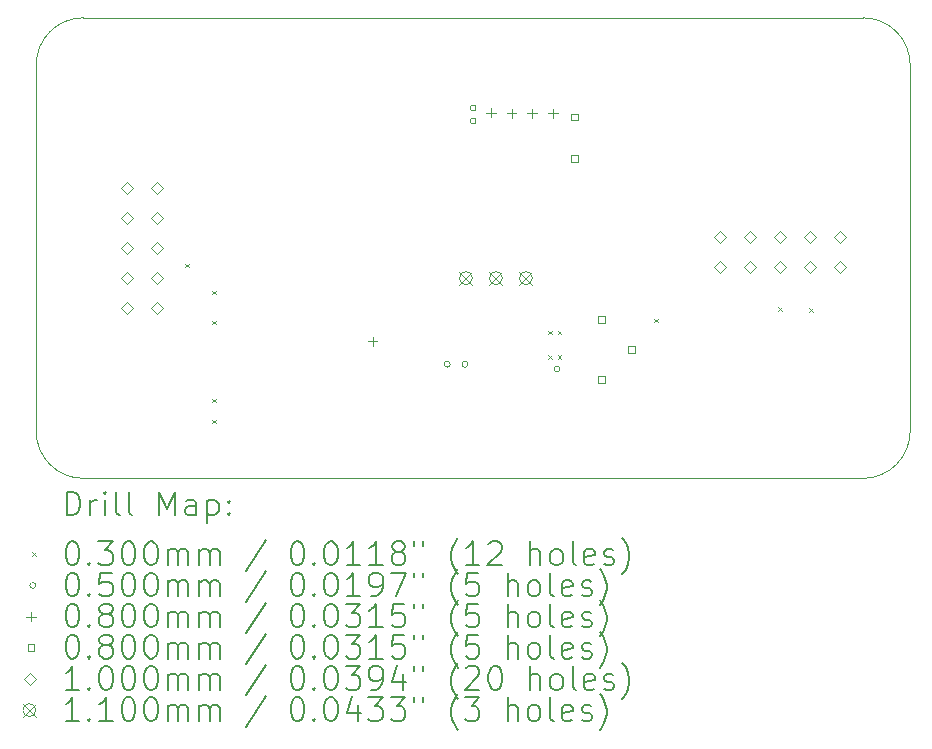
<source format=gbr>
%TF.GenerationSoftware,KiCad,Pcbnew,8.0.3*%
%TF.CreationDate,2024-06-06T01:48:59+12:00*%
%TF.ProjectId,power_supply,706f7765-725f-4737-9570-706c792e6b69,0.1.1*%
%TF.SameCoordinates,Original*%
%TF.FileFunction,Drillmap*%
%TF.FilePolarity,Positive*%
%FSLAX45Y45*%
G04 Gerber Fmt 4.5, Leading zero omitted, Abs format (unit mm)*
G04 Created by KiCad (PCBNEW 8.0.3) date 2024-06-06 01:48:59*
%MOMM*%
%LPD*%
G01*
G04 APERTURE LIST*
%ADD10C,0.050000*%
%ADD11C,0.200000*%
%ADD12C,0.100000*%
%ADD13C,0.110000*%
G04 APERTURE END LIST*
D10*
X18600000Y-6600000D02*
G75*
G02*
X19000000Y-7000000I0J-400000D01*
G01*
X19000000Y-10100000D02*
X19000000Y-7000000D01*
X12000000Y-10500000D02*
G75*
G02*
X11600000Y-10100000I0J400000D01*
G01*
X12000000Y-6600000D02*
X18600000Y-6600000D01*
X11600000Y-10100000D02*
X11600000Y-7000000D01*
X19000000Y-10100000D02*
G75*
G02*
X18600000Y-10500000I-400000J0D01*
G01*
X12000000Y-10500000D02*
X18600000Y-10500000D01*
X11600000Y-7000000D02*
G75*
G02*
X12000000Y-6600000I400000J0D01*
G01*
D11*
D12*
X12862800Y-8684500D02*
X12892800Y-8714500D01*
X12892800Y-8684500D02*
X12862800Y-8714500D01*
X13091400Y-8913100D02*
X13121400Y-8943100D01*
X13121400Y-8913100D02*
X13091400Y-8943100D01*
X13091400Y-9167100D02*
X13121400Y-9197100D01*
X13121400Y-9167100D02*
X13091400Y-9197100D01*
X13091400Y-9827500D02*
X13121400Y-9857500D01*
X13121400Y-9827500D02*
X13091400Y-9857500D01*
X13091400Y-10005300D02*
X13121400Y-10035300D01*
X13121400Y-10005300D02*
X13091400Y-10035300D01*
X15935000Y-9249000D02*
X15965000Y-9279000D01*
X15965000Y-9249000D02*
X15935000Y-9279000D01*
X15935000Y-9459000D02*
X15965000Y-9489000D01*
X15965000Y-9459000D02*
X15935000Y-9489000D01*
X16015000Y-9249000D02*
X16045000Y-9279000D01*
X16045000Y-9249000D02*
X16015000Y-9279000D01*
X16015000Y-9459000D02*
X16045000Y-9489000D01*
X16045000Y-9459000D02*
X16015000Y-9489000D01*
X16835000Y-9149000D02*
X16865000Y-9179000D01*
X16865000Y-9149000D02*
X16835000Y-9179000D01*
X17885000Y-9049000D02*
X17915000Y-9079000D01*
X17915000Y-9049000D02*
X17885000Y-9079000D01*
X18145000Y-9059000D02*
X18175000Y-9089000D01*
X18175000Y-9059000D02*
X18145000Y-9089000D01*
X15105000Y-9534000D02*
G75*
G02*
X15055000Y-9534000I-25000J0D01*
G01*
X15055000Y-9534000D02*
G75*
G02*
X15105000Y-9534000I25000J0D01*
G01*
X15255000Y-9534000D02*
G75*
G02*
X15205000Y-9534000I-25000J0D01*
G01*
X15205000Y-9534000D02*
G75*
G02*
X15255000Y-9534000I25000J0D01*
G01*
X15325000Y-7364000D02*
G75*
G02*
X15275000Y-7364000I-25000J0D01*
G01*
X15275000Y-7364000D02*
G75*
G02*
X15325000Y-7364000I25000J0D01*
G01*
X15325000Y-7474000D02*
G75*
G02*
X15275000Y-7474000I-25000J0D01*
G01*
X15275000Y-7474000D02*
G75*
G02*
X15325000Y-7474000I25000J0D01*
G01*
X16035000Y-9574000D02*
G75*
G02*
X15985000Y-9574000I-25000J0D01*
G01*
X15985000Y-9574000D02*
G75*
G02*
X16035000Y-9574000I25000J0D01*
G01*
X14450000Y-9299000D02*
X14450000Y-9379000D01*
X14410000Y-9339000D02*
X14490000Y-9339000D01*
X15450000Y-7364000D02*
X15450000Y-7444000D01*
X15410000Y-7404000D02*
X15490000Y-7404000D01*
X15625000Y-7369000D02*
X15625000Y-7449000D01*
X15585000Y-7409000D02*
X15665000Y-7409000D01*
X15800000Y-7369000D02*
X15800000Y-7449000D01*
X15760000Y-7409000D02*
X15840000Y-7409000D01*
X15975000Y-7369000D02*
X15975000Y-7449000D01*
X15935000Y-7409000D02*
X16015000Y-7409000D01*
X16188284Y-7467550D02*
X16188284Y-7410981D01*
X16131715Y-7410981D01*
X16131715Y-7467550D01*
X16188284Y-7467550D01*
X16188284Y-7817550D02*
X16188284Y-7760981D01*
X16131715Y-7760981D01*
X16131715Y-7817550D01*
X16188284Y-7817550D01*
X16415784Y-9184785D02*
X16415784Y-9128216D01*
X16359215Y-9128216D01*
X16359215Y-9184785D01*
X16415784Y-9184785D01*
X16415784Y-9692785D02*
X16415784Y-9636216D01*
X16359215Y-9636216D01*
X16359215Y-9692785D01*
X16415784Y-9692785D01*
X16669784Y-9438785D02*
X16669784Y-9382216D01*
X16613215Y-9382216D01*
X16613215Y-9438785D01*
X16669784Y-9438785D01*
X12370750Y-8092000D02*
X12420750Y-8042000D01*
X12370750Y-7992000D01*
X12320750Y-8042000D01*
X12370750Y-8092000D01*
X12370750Y-8346000D02*
X12420750Y-8296000D01*
X12370750Y-8246000D01*
X12320750Y-8296000D01*
X12370750Y-8346000D01*
X12370750Y-8600000D02*
X12420750Y-8550000D01*
X12370750Y-8500000D01*
X12320750Y-8550000D01*
X12370750Y-8600000D01*
X12370750Y-8854000D02*
X12420750Y-8804000D01*
X12370750Y-8754000D01*
X12320750Y-8804000D01*
X12370750Y-8854000D01*
X12370750Y-9108000D02*
X12420750Y-9058000D01*
X12370750Y-9008000D01*
X12320750Y-9058000D01*
X12370750Y-9108000D01*
X12624750Y-8092000D02*
X12674750Y-8042000D01*
X12624750Y-7992000D01*
X12574750Y-8042000D01*
X12624750Y-8092000D01*
X12624750Y-8346000D02*
X12674750Y-8296000D01*
X12624750Y-8246000D01*
X12574750Y-8296000D01*
X12624750Y-8346000D01*
X12624750Y-8600000D02*
X12674750Y-8550000D01*
X12624750Y-8500000D01*
X12574750Y-8550000D01*
X12624750Y-8600000D01*
X12624750Y-8854000D02*
X12674750Y-8804000D01*
X12624750Y-8754000D01*
X12574750Y-8804000D01*
X12624750Y-8854000D01*
X12624750Y-9108000D02*
X12674750Y-9058000D01*
X12624750Y-9008000D01*
X12574750Y-9058000D01*
X12624750Y-9108000D01*
X17392000Y-8506000D02*
X17442000Y-8456000D01*
X17392000Y-8406000D01*
X17342000Y-8456000D01*
X17392000Y-8506000D01*
X17392000Y-8760000D02*
X17442000Y-8710000D01*
X17392000Y-8660000D01*
X17342000Y-8710000D01*
X17392000Y-8760000D01*
X17646000Y-8506000D02*
X17696000Y-8456000D01*
X17646000Y-8406000D01*
X17596000Y-8456000D01*
X17646000Y-8506000D01*
X17646000Y-8760000D02*
X17696000Y-8710000D01*
X17646000Y-8660000D01*
X17596000Y-8710000D01*
X17646000Y-8760000D01*
X17900000Y-8506000D02*
X17950000Y-8456000D01*
X17900000Y-8406000D01*
X17850000Y-8456000D01*
X17900000Y-8506000D01*
X17900000Y-8760000D02*
X17950000Y-8710000D01*
X17900000Y-8660000D01*
X17850000Y-8710000D01*
X17900000Y-8760000D01*
X18154000Y-8506000D02*
X18204000Y-8456000D01*
X18154000Y-8406000D01*
X18104000Y-8456000D01*
X18154000Y-8506000D01*
X18154000Y-8760000D02*
X18204000Y-8710000D01*
X18154000Y-8660000D01*
X18104000Y-8710000D01*
X18154000Y-8760000D01*
X18408000Y-8506000D02*
X18458000Y-8456000D01*
X18408000Y-8406000D01*
X18358000Y-8456000D01*
X18408000Y-8506000D01*
X18408000Y-8760000D02*
X18458000Y-8710000D01*
X18408000Y-8660000D01*
X18358000Y-8710000D01*
X18408000Y-8760000D01*
D13*
X15183500Y-8749500D02*
X15293500Y-8859500D01*
X15293500Y-8749500D02*
X15183500Y-8859500D01*
X15293500Y-8804500D02*
G75*
G02*
X15183500Y-8804500I-55000J0D01*
G01*
X15183500Y-8804500D02*
G75*
G02*
X15293500Y-8804500I55000J0D01*
G01*
X15437500Y-8749500D02*
X15547500Y-8859500D01*
X15547500Y-8749500D02*
X15437500Y-8859500D01*
X15547500Y-8804500D02*
G75*
G02*
X15437500Y-8804500I-55000J0D01*
G01*
X15437500Y-8804500D02*
G75*
G02*
X15547500Y-8804500I55000J0D01*
G01*
X15691500Y-8749500D02*
X15801500Y-8859500D01*
X15801500Y-8749500D02*
X15691500Y-8859500D01*
X15801500Y-8804500D02*
G75*
G02*
X15691500Y-8804500I-55000J0D01*
G01*
X15691500Y-8804500D02*
G75*
G02*
X15801500Y-8804500I55000J0D01*
G01*
D11*
X11858277Y-10813984D02*
X11858277Y-10613984D01*
X11858277Y-10613984D02*
X11905896Y-10613984D01*
X11905896Y-10613984D02*
X11934467Y-10623508D01*
X11934467Y-10623508D02*
X11953515Y-10642555D01*
X11953515Y-10642555D02*
X11963039Y-10661603D01*
X11963039Y-10661603D02*
X11972562Y-10699698D01*
X11972562Y-10699698D02*
X11972562Y-10728270D01*
X11972562Y-10728270D02*
X11963039Y-10766365D01*
X11963039Y-10766365D02*
X11953515Y-10785412D01*
X11953515Y-10785412D02*
X11934467Y-10804460D01*
X11934467Y-10804460D02*
X11905896Y-10813984D01*
X11905896Y-10813984D02*
X11858277Y-10813984D01*
X12058277Y-10813984D02*
X12058277Y-10680650D01*
X12058277Y-10718746D02*
X12067801Y-10699698D01*
X12067801Y-10699698D02*
X12077324Y-10690174D01*
X12077324Y-10690174D02*
X12096372Y-10680650D01*
X12096372Y-10680650D02*
X12115420Y-10680650D01*
X12182086Y-10813984D02*
X12182086Y-10680650D01*
X12182086Y-10613984D02*
X12172562Y-10623508D01*
X12172562Y-10623508D02*
X12182086Y-10633031D01*
X12182086Y-10633031D02*
X12191610Y-10623508D01*
X12191610Y-10623508D02*
X12182086Y-10613984D01*
X12182086Y-10613984D02*
X12182086Y-10633031D01*
X12305896Y-10813984D02*
X12286848Y-10804460D01*
X12286848Y-10804460D02*
X12277324Y-10785412D01*
X12277324Y-10785412D02*
X12277324Y-10613984D01*
X12410658Y-10813984D02*
X12391610Y-10804460D01*
X12391610Y-10804460D02*
X12382086Y-10785412D01*
X12382086Y-10785412D02*
X12382086Y-10613984D01*
X12639229Y-10813984D02*
X12639229Y-10613984D01*
X12639229Y-10613984D02*
X12705896Y-10756841D01*
X12705896Y-10756841D02*
X12772562Y-10613984D01*
X12772562Y-10613984D02*
X12772562Y-10813984D01*
X12953515Y-10813984D02*
X12953515Y-10709222D01*
X12953515Y-10709222D02*
X12943991Y-10690174D01*
X12943991Y-10690174D02*
X12924943Y-10680650D01*
X12924943Y-10680650D02*
X12886848Y-10680650D01*
X12886848Y-10680650D02*
X12867801Y-10690174D01*
X12953515Y-10804460D02*
X12934467Y-10813984D01*
X12934467Y-10813984D02*
X12886848Y-10813984D01*
X12886848Y-10813984D02*
X12867801Y-10804460D01*
X12867801Y-10804460D02*
X12858277Y-10785412D01*
X12858277Y-10785412D02*
X12858277Y-10766365D01*
X12858277Y-10766365D02*
X12867801Y-10747317D01*
X12867801Y-10747317D02*
X12886848Y-10737793D01*
X12886848Y-10737793D02*
X12934467Y-10737793D01*
X12934467Y-10737793D02*
X12953515Y-10728270D01*
X13048753Y-10680650D02*
X13048753Y-10880650D01*
X13048753Y-10690174D02*
X13067801Y-10680650D01*
X13067801Y-10680650D02*
X13105896Y-10680650D01*
X13105896Y-10680650D02*
X13124943Y-10690174D01*
X13124943Y-10690174D02*
X13134467Y-10699698D01*
X13134467Y-10699698D02*
X13143991Y-10718746D01*
X13143991Y-10718746D02*
X13143991Y-10775889D01*
X13143991Y-10775889D02*
X13134467Y-10794936D01*
X13134467Y-10794936D02*
X13124943Y-10804460D01*
X13124943Y-10804460D02*
X13105896Y-10813984D01*
X13105896Y-10813984D02*
X13067801Y-10813984D01*
X13067801Y-10813984D02*
X13048753Y-10804460D01*
X13229705Y-10794936D02*
X13239229Y-10804460D01*
X13239229Y-10804460D02*
X13229705Y-10813984D01*
X13229705Y-10813984D02*
X13220182Y-10804460D01*
X13220182Y-10804460D02*
X13229705Y-10794936D01*
X13229705Y-10794936D02*
X13229705Y-10813984D01*
X13229705Y-10690174D02*
X13239229Y-10699698D01*
X13239229Y-10699698D02*
X13229705Y-10709222D01*
X13229705Y-10709222D02*
X13220182Y-10699698D01*
X13220182Y-10699698D02*
X13229705Y-10690174D01*
X13229705Y-10690174D02*
X13229705Y-10709222D01*
D12*
X11567500Y-11127500D02*
X11597500Y-11157500D01*
X11597500Y-11127500D02*
X11567500Y-11157500D01*
D11*
X11896372Y-11033984D02*
X11915420Y-11033984D01*
X11915420Y-11033984D02*
X11934467Y-11043508D01*
X11934467Y-11043508D02*
X11943991Y-11053031D01*
X11943991Y-11053031D02*
X11953515Y-11072079D01*
X11953515Y-11072079D02*
X11963039Y-11110174D01*
X11963039Y-11110174D02*
X11963039Y-11157793D01*
X11963039Y-11157793D02*
X11953515Y-11195888D01*
X11953515Y-11195888D02*
X11943991Y-11214936D01*
X11943991Y-11214936D02*
X11934467Y-11224460D01*
X11934467Y-11224460D02*
X11915420Y-11233984D01*
X11915420Y-11233984D02*
X11896372Y-11233984D01*
X11896372Y-11233984D02*
X11877324Y-11224460D01*
X11877324Y-11224460D02*
X11867801Y-11214936D01*
X11867801Y-11214936D02*
X11858277Y-11195888D01*
X11858277Y-11195888D02*
X11848753Y-11157793D01*
X11848753Y-11157793D02*
X11848753Y-11110174D01*
X11848753Y-11110174D02*
X11858277Y-11072079D01*
X11858277Y-11072079D02*
X11867801Y-11053031D01*
X11867801Y-11053031D02*
X11877324Y-11043508D01*
X11877324Y-11043508D02*
X11896372Y-11033984D01*
X12048753Y-11214936D02*
X12058277Y-11224460D01*
X12058277Y-11224460D02*
X12048753Y-11233984D01*
X12048753Y-11233984D02*
X12039229Y-11224460D01*
X12039229Y-11224460D02*
X12048753Y-11214936D01*
X12048753Y-11214936D02*
X12048753Y-11233984D01*
X12124943Y-11033984D02*
X12248753Y-11033984D01*
X12248753Y-11033984D02*
X12182086Y-11110174D01*
X12182086Y-11110174D02*
X12210658Y-11110174D01*
X12210658Y-11110174D02*
X12229705Y-11119698D01*
X12229705Y-11119698D02*
X12239229Y-11129222D01*
X12239229Y-11129222D02*
X12248753Y-11148270D01*
X12248753Y-11148270D02*
X12248753Y-11195888D01*
X12248753Y-11195888D02*
X12239229Y-11214936D01*
X12239229Y-11214936D02*
X12229705Y-11224460D01*
X12229705Y-11224460D02*
X12210658Y-11233984D01*
X12210658Y-11233984D02*
X12153515Y-11233984D01*
X12153515Y-11233984D02*
X12134467Y-11224460D01*
X12134467Y-11224460D02*
X12124943Y-11214936D01*
X12372562Y-11033984D02*
X12391610Y-11033984D01*
X12391610Y-11033984D02*
X12410658Y-11043508D01*
X12410658Y-11043508D02*
X12420182Y-11053031D01*
X12420182Y-11053031D02*
X12429705Y-11072079D01*
X12429705Y-11072079D02*
X12439229Y-11110174D01*
X12439229Y-11110174D02*
X12439229Y-11157793D01*
X12439229Y-11157793D02*
X12429705Y-11195888D01*
X12429705Y-11195888D02*
X12420182Y-11214936D01*
X12420182Y-11214936D02*
X12410658Y-11224460D01*
X12410658Y-11224460D02*
X12391610Y-11233984D01*
X12391610Y-11233984D02*
X12372562Y-11233984D01*
X12372562Y-11233984D02*
X12353515Y-11224460D01*
X12353515Y-11224460D02*
X12343991Y-11214936D01*
X12343991Y-11214936D02*
X12334467Y-11195888D01*
X12334467Y-11195888D02*
X12324943Y-11157793D01*
X12324943Y-11157793D02*
X12324943Y-11110174D01*
X12324943Y-11110174D02*
X12334467Y-11072079D01*
X12334467Y-11072079D02*
X12343991Y-11053031D01*
X12343991Y-11053031D02*
X12353515Y-11043508D01*
X12353515Y-11043508D02*
X12372562Y-11033984D01*
X12563039Y-11033984D02*
X12582086Y-11033984D01*
X12582086Y-11033984D02*
X12601134Y-11043508D01*
X12601134Y-11043508D02*
X12610658Y-11053031D01*
X12610658Y-11053031D02*
X12620182Y-11072079D01*
X12620182Y-11072079D02*
X12629705Y-11110174D01*
X12629705Y-11110174D02*
X12629705Y-11157793D01*
X12629705Y-11157793D02*
X12620182Y-11195888D01*
X12620182Y-11195888D02*
X12610658Y-11214936D01*
X12610658Y-11214936D02*
X12601134Y-11224460D01*
X12601134Y-11224460D02*
X12582086Y-11233984D01*
X12582086Y-11233984D02*
X12563039Y-11233984D01*
X12563039Y-11233984D02*
X12543991Y-11224460D01*
X12543991Y-11224460D02*
X12534467Y-11214936D01*
X12534467Y-11214936D02*
X12524943Y-11195888D01*
X12524943Y-11195888D02*
X12515420Y-11157793D01*
X12515420Y-11157793D02*
X12515420Y-11110174D01*
X12515420Y-11110174D02*
X12524943Y-11072079D01*
X12524943Y-11072079D02*
X12534467Y-11053031D01*
X12534467Y-11053031D02*
X12543991Y-11043508D01*
X12543991Y-11043508D02*
X12563039Y-11033984D01*
X12715420Y-11233984D02*
X12715420Y-11100650D01*
X12715420Y-11119698D02*
X12724943Y-11110174D01*
X12724943Y-11110174D02*
X12743991Y-11100650D01*
X12743991Y-11100650D02*
X12772563Y-11100650D01*
X12772563Y-11100650D02*
X12791610Y-11110174D01*
X12791610Y-11110174D02*
X12801134Y-11129222D01*
X12801134Y-11129222D02*
X12801134Y-11233984D01*
X12801134Y-11129222D02*
X12810658Y-11110174D01*
X12810658Y-11110174D02*
X12829705Y-11100650D01*
X12829705Y-11100650D02*
X12858277Y-11100650D01*
X12858277Y-11100650D02*
X12877324Y-11110174D01*
X12877324Y-11110174D02*
X12886848Y-11129222D01*
X12886848Y-11129222D02*
X12886848Y-11233984D01*
X12982086Y-11233984D02*
X12982086Y-11100650D01*
X12982086Y-11119698D02*
X12991610Y-11110174D01*
X12991610Y-11110174D02*
X13010658Y-11100650D01*
X13010658Y-11100650D02*
X13039229Y-11100650D01*
X13039229Y-11100650D02*
X13058277Y-11110174D01*
X13058277Y-11110174D02*
X13067801Y-11129222D01*
X13067801Y-11129222D02*
X13067801Y-11233984D01*
X13067801Y-11129222D02*
X13077324Y-11110174D01*
X13077324Y-11110174D02*
X13096372Y-11100650D01*
X13096372Y-11100650D02*
X13124943Y-11100650D01*
X13124943Y-11100650D02*
X13143991Y-11110174D01*
X13143991Y-11110174D02*
X13153515Y-11129222D01*
X13153515Y-11129222D02*
X13153515Y-11233984D01*
X13543991Y-11024460D02*
X13372563Y-11281603D01*
X13801134Y-11033984D02*
X13820182Y-11033984D01*
X13820182Y-11033984D02*
X13839229Y-11043508D01*
X13839229Y-11043508D02*
X13848753Y-11053031D01*
X13848753Y-11053031D02*
X13858277Y-11072079D01*
X13858277Y-11072079D02*
X13867801Y-11110174D01*
X13867801Y-11110174D02*
X13867801Y-11157793D01*
X13867801Y-11157793D02*
X13858277Y-11195888D01*
X13858277Y-11195888D02*
X13848753Y-11214936D01*
X13848753Y-11214936D02*
X13839229Y-11224460D01*
X13839229Y-11224460D02*
X13820182Y-11233984D01*
X13820182Y-11233984D02*
X13801134Y-11233984D01*
X13801134Y-11233984D02*
X13782086Y-11224460D01*
X13782086Y-11224460D02*
X13772563Y-11214936D01*
X13772563Y-11214936D02*
X13763039Y-11195888D01*
X13763039Y-11195888D02*
X13753515Y-11157793D01*
X13753515Y-11157793D02*
X13753515Y-11110174D01*
X13753515Y-11110174D02*
X13763039Y-11072079D01*
X13763039Y-11072079D02*
X13772563Y-11053031D01*
X13772563Y-11053031D02*
X13782086Y-11043508D01*
X13782086Y-11043508D02*
X13801134Y-11033984D01*
X13953515Y-11214936D02*
X13963039Y-11224460D01*
X13963039Y-11224460D02*
X13953515Y-11233984D01*
X13953515Y-11233984D02*
X13943991Y-11224460D01*
X13943991Y-11224460D02*
X13953515Y-11214936D01*
X13953515Y-11214936D02*
X13953515Y-11233984D01*
X14086848Y-11033984D02*
X14105896Y-11033984D01*
X14105896Y-11033984D02*
X14124944Y-11043508D01*
X14124944Y-11043508D02*
X14134467Y-11053031D01*
X14134467Y-11053031D02*
X14143991Y-11072079D01*
X14143991Y-11072079D02*
X14153515Y-11110174D01*
X14153515Y-11110174D02*
X14153515Y-11157793D01*
X14153515Y-11157793D02*
X14143991Y-11195888D01*
X14143991Y-11195888D02*
X14134467Y-11214936D01*
X14134467Y-11214936D02*
X14124944Y-11224460D01*
X14124944Y-11224460D02*
X14105896Y-11233984D01*
X14105896Y-11233984D02*
X14086848Y-11233984D01*
X14086848Y-11233984D02*
X14067801Y-11224460D01*
X14067801Y-11224460D02*
X14058277Y-11214936D01*
X14058277Y-11214936D02*
X14048753Y-11195888D01*
X14048753Y-11195888D02*
X14039229Y-11157793D01*
X14039229Y-11157793D02*
X14039229Y-11110174D01*
X14039229Y-11110174D02*
X14048753Y-11072079D01*
X14048753Y-11072079D02*
X14058277Y-11053031D01*
X14058277Y-11053031D02*
X14067801Y-11043508D01*
X14067801Y-11043508D02*
X14086848Y-11033984D01*
X14343991Y-11233984D02*
X14229706Y-11233984D01*
X14286848Y-11233984D02*
X14286848Y-11033984D01*
X14286848Y-11033984D02*
X14267801Y-11062555D01*
X14267801Y-11062555D02*
X14248753Y-11081603D01*
X14248753Y-11081603D02*
X14229706Y-11091127D01*
X14534467Y-11233984D02*
X14420182Y-11233984D01*
X14477325Y-11233984D02*
X14477325Y-11033984D01*
X14477325Y-11033984D02*
X14458277Y-11062555D01*
X14458277Y-11062555D02*
X14439229Y-11081603D01*
X14439229Y-11081603D02*
X14420182Y-11091127D01*
X14648753Y-11119698D02*
X14629706Y-11110174D01*
X14629706Y-11110174D02*
X14620182Y-11100650D01*
X14620182Y-11100650D02*
X14610658Y-11081603D01*
X14610658Y-11081603D02*
X14610658Y-11072079D01*
X14610658Y-11072079D02*
X14620182Y-11053031D01*
X14620182Y-11053031D02*
X14629706Y-11043508D01*
X14629706Y-11043508D02*
X14648753Y-11033984D01*
X14648753Y-11033984D02*
X14686848Y-11033984D01*
X14686848Y-11033984D02*
X14705896Y-11043508D01*
X14705896Y-11043508D02*
X14715420Y-11053031D01*
X14715420Y-11053031D02*
X14724944Y-11072079D01*
X14724944Y-11072079D02*
X14724944Y-11081603D01*
X14724944Y-11081603D02*
X14715420Y-11100650D01*
X14715420Y-11100650D02*
X14705896Y-11110174D01*
X14705896Y-11110174D02*
X14686848Y-11119698D01*
X14686848Y-11119698D02*
X14648753Y-11119698D01*
X14648753Y-11119698D02*
X14629706Y-11129222D01*
X14629706Y-11129222D02*
X14620182Y-11138746D01*
X14620182Y-11138746D02*
X14610658Y-11157793D01*
X14610658Y-11157793D02*
X14610658Y-11195888D01*
X14610658Y-11195888D02*
X14620182Y-11214936D01*
X14620182Y-11214936D02*
X14629706Y-11224460D01*
X14629706Y-11224460D02*
X14648753Y-11233984D01*
X14648753Y-11233984D02*
X14686848Y-11233984D01*
X14686848Y-11233984D02*
X14705896Y-11224460D01*
X14705896Y-11224460D02*
X14715420Y-11214936D01*
X14715420Y-11214936D02*
X14724944Y-11195888D01*
X14724944Y-11195888D02*
X14724944Y-11157793D01*
X14724944Y-11157793D02*
X14715420Y-11138746D01*
X14715420Y-11138746D02*
X14705896Y-11129222D01*
X14705896Y-11129222D02*
X14686848Y-11119698D01*
X14801134Y-11033984D02*
X14801134Y-11072079D01*
X14877325Y-11033984D02*
X14877325Y-11072079D01*
X15172563Y-11310174D02*
X15163039Y-11300650D01*
X15163039Y-11300650D02*
X15143991Y-11272079D01*
X15143991Y-11272079D02*
X15134468Y-11253031D01*
X15134468Y-11253031D02*
X15124944Y-11224460D01*
X15124944Y-11224460D02*
X15115420Y-11176841D01*
X15115420Y-11176841D02*
X15115420Y-11138746D01*
X15115420Y-11138746D02*
X15124944Y-11091127D01*
X15124944Y-11091127D02*
X15134468Y-11062555D01*
X15134468Y-11062555D02*
X15143991Y-11043508D01*
X15143991Y-11043508D02*
X15163039Y-11014936D01*
X15163039Y-11014936D02*
X15172563Y-11005412D01*
X15353515Y-11233984D02*
X15239229Y-11233984D01*
X15296372Y-11233984D02*
X15296372Y-11033984D01*
X15296372Y-11033984D02*
X15277325Y-11062555D01*
X15277325Y-11062555D02*
X15258277Y-11081603D01*
X15258277Y-11081603D02*
X15239229Y-11091127D01*
X15429706Y-11053031D02*
X15439229Y-11043508D01*
X15439229Y-11043508D02*
X15458277Y-11033984D01*
X15458277Y-11033984D02*
X15505896Y-11033984D01*
X15505896Y-11033984D02*
X15524944Y-11043508D01*
X15524944Y-11043508D02*
X15534468Y-11053031D01*
X15534468Y-11053031D02*
X15543991Y-11072079D01*
X15543991Y-11072079D02*
X15543991Y-11091127D01*
X15543991Y-11091127D02*
X15534468Y-11119698D01*
X15534468Y-11119698D02*
X15420182Y-11233984D01*
X15420182Y-11233984D02*
X15543991Y-11233984D01*
X15782087Y-11233984D02*
X15782087Y-11033984D01*
X15867801Y-11233984D02*
X15867801Y-11129222D01*
X15867801Y-11129222D02*
X15858277Y-11110174D01*
X15858277Y-11110174D02*
X15839230Y-11100650D01*
X15839230Y-11100650D02*
X15810658Y-11100650D01*
X15810658Y-11100650D02*
X15791610Y-11110174D01*
X15791610Y-11110174D02*
X15782087Y-11119698D01*
X15991610Y-11233984D02*
X15972563Y-11224460D01*
X15972563Y-11224460D02*
X15963039Y-11214936D01*
X15963039Y-11214936D02*
X15953515Y-11195888D01*
X15953515Y-11195888D02*
X15953515Y-11138746D01*
X15953515Y-11138746D02*
X15963039Y-11119698D01*
X15963039Y-11119698D02*
X15972563Y-11110174D01*
X15972563Y-11110174D02*
X15991610Y-11100650D01*
X15991610Y-11100650D02*
X16020182Y-11100650D01*
X16020182Y-11100650D02*
X16039230Y-11110174D01*
X16039230Y-11110174D02*
X16048753Y-11119698D01*
X16048753Y-11119698D02*
X16058277Y-11138746D01*
X16058277Y-11138746D02*
X16058277Y-11195888D01*
X16058277Y-11195888D02*
X16048753Y-11214936D01*
X16048753Y-11214936D02*
X16039230Y-11224460D01*
X16039230Y-11224460D02*
X16020182Y-11233984D01*
X16020182Y-11233984D02*
X15991610Y-11233984D01*
X16172563Y-11233984D02*
X16153515Y-11224460D01*
X16153515Y-11224460D02*
X16143991Y-11205412D01*
X16143991Y-11205412D02*
X16143991Y-11033984D01*
X16324944Y-11224460D02*
X16305896Y-11233984D01*
X16305896Y-11233984D02*
X16267801Y-11233984D01*
X16267801Y-11233984D02*
X16248753Y-11224460D01*
X16248753Y-11224460D02*
X16239230Y-11205412D01*
X16239230Y-11205412D02*
X16239230Y-11129222D01*
X16239230Y-11129222D02*
X16248753Y-11110174D01*
X16248753Y-11110174D02*
X16267801Y-11100650D01*
X16267801Y-11100650D02*
X16305896Y-11100650D01*
X16305896Y-11100650D02*
X16324944Y-11110174D01*
X16324944Y-11110174D02*
X16334468Y-11129222D01*
X16334468Y-11129222D02*
X16334468Y-11148270D01*
X16334468Y-11148270D02*
X16239230Y-11167317D01*
X16410658Y-11224460D02*
X16429706Y-11233984D01*
X16429706Y-11233984D02*
X16467801Y-11233984D01*
X16467801Y-11233984D02*
X16486849Y-11224460D01*
X16486849Y-11224460D02*
X16496372Y-11205412D01*
X16496372Y-11205412D02*
X16496372Y-11195888D01*
X16496372Y-11195888D02*
X16486849Y-11176841D01*
X16486849Y-11176841D02*
X16467801Y-11167317D01*
X16467801Y-11167317D02*
X16439230Y-11167317D01*
X16439230Y-11167317D02*
X16420182Y-11157793D01*
X16420182Y-11157793D02*
X16410658Y-11138746D01*
X16410658Y-11138746D02*
X16410658Y-11129222D01*
X16410658Y-11129222D02*
X16420182Y-11110174D01*
X16420182Y-11110174D02*
X16439230Y-11100650D01*
X16439230Y-11100650D02*
X16467801Y-11100650D01*
X16467801Y-11100650D02*
X16486849Y-11110174D01*
X16563039Y-11310174D02*
X16572563Y-11300650D01*
X16572563Y-11300650D02*
X16591611Y-11272079D01*
X16591611Y-11272079D02*
X16601134Y-11253031D01*
X16601134Y-11253031D02*
X16610658Y-11224460D01*
X16610658Y-11224460D02*
X16620182Y-11176841D01*
X16620182Y-11176841D02*
X16620182Y-11138746D01*
X16620182Y-11138746D02*
X16610658Y-11091127D01*
X16610658Y-11091127D02*
X16601134Y-11062555D01*
X16601134Y-11062555D02*
X16591611Y-11043508D01*
X16591611Y-11043508D02*
X16572563Y-11014936D01*
X16572563Y-11014936D02*
X16563039Y-11005412D01*
D12*
X11597500Y-11406500D02*
G75*
G02*
X11547500Y-11406500I-25000J0D01*
G01*
X11547500Y-11406500D02*
G75*
G02*
X11597500Y-11406500I25000J0D01*
G01*
D11*
X11896372Y-11297984D02*
X11915420Y-11297984D01*
X11915420Y-11297984D02*
X11934467Y-11307508D01*
X11934467Y-11307508D02*
X11943991Y-11317031D01*
X11943991Y-11317031D02*
X11953515Y-11336079D01*
X11953515Y-11336079D02*
X11963039Y-11374174D01*
X11963039Y-11374174D02*
X11963039Y-11421793D01*
X11963039Y-11421793D02*
X11953515Y-11459888D01*
X11953515Y-11459888D02*
X11943991Y-11478936D01*
X11943991Y-11478936D02*
X11934467Y-11488460D01*
X11934467Y-11488460D02*
X11915420Y-11497984D01*
X11915420Y-11497984D02*
X11896372Y-11497984D01*
X11896372Y-11497984D02*
X11877324Y-11488460D01*
X11877324Y-11488460D02*
X11867801Y-11478936D01*
X11867801Y-11478936D02*
X11858277Y-11459888D01*
X11858277Y-11459888D02*
X11848753Y-11421793D01*
X11848753Y-11421793D02*
X11848753Y-11374174D01*
X11848753Y-11374174D02*
X11858277Y-11336079D01*
X11858277Y-11336079D02*
X11867801Y-11317031D01*
X11867801Y-11317031D02*
X11877324Y-11307508D01*
X11877324Y-11307508D02*
X11896372Y-11297984D01*
X12048753Y-11478936D02*
X12058277Y-11488460D01*
X12058277Y-11488460D02*
X12048753Y-11497984D01*
X12048753Y-11497984D02*
X12039229Y-11488460D01*
X12039229Y-11488460D02*
X12048753Y-11478936D01*
X12048753Y-11478936D02*
X12048753Y-11497984D01*
X12239229Y-11297984D02*
X12143991Y-11297984D01*
X12143991Y-11297984D02*
X12134467Y-11393222D01*
X12134467Y-11393222D02*
X12143991Y-11383698D01*
X12143991Y-11383698D02*
X12163039Y-11374174D01*
X12163039Y-11374174D02*
X12210658Y-11374174D01*
X12210658Y-11374174D02*
X12229705Y-11383698D01*
X12229705Y-11383698D02*
X12239229Y-11393222D01*
X12239229Y-11393222D02*
X12248753Y-11412269D01*
X12248753Y-11412269D02*
X12248753Y-11459888D01*
X12248753Y-11459888D02*
X12239229Y-11478936D01*
X12239229Y-11478936D02*
X12229705Y-11488460D01*
X12229705Y-11488460D02*
X12210658Y-11497984D01*
X12210658Y-11497984D02*
X12163039Y-11497984D01*
X12163039Y-11497984D02*
X12143991Y-11488460D01*
X12143991Y-11488460D02*
X12134467Y-11478936D01*
X12372562Y-11297984D02*
X12391610Y-11297984D01*
X12391610Y-11297984D02*
X12410658Y-11307508D01*
X12410658Y-11307508D02*
X12420182Y-11317031D01*
X12420182Y-11317031D02*
X12429705Y-11336079D01*
X12429705Y-11336079D02*
X12439229Y-11374174D01*
X12439229Y-11374174D02*
X12439229Y-11421793D01*
X12439229Y-11421793D02*
X12429705Y-11459888D01*
X12429705Y-11459888D02*
X12420182Y-11478936D01*
X12420182Y-11478936D02*
X12410658Y-11488460D01*
X12410658Y-11488460D02*
X12391610Y-11497984D01*
X12391610Y-11497984D02*
X12372562Y-11497984D01*
X12372562Y-11497984D02*
X12353515Y-11488460D01*
X12353515Y-11488460D02*
X12343991Y-11478936D01*
X12343991Y-11478936D02*
X12334467Y-11459888D01*
X12334467Y-11459888D02*
X12324943Y-11421793D01*
X12324943Y-11421793D02*
X12324943Y-11374174D01*
X12324943Y-11374174D02*
X12334467Y-11336079D01*
X12334467Y-11336079D02*
X12343991Y-11317031D01*
X12343991Y-11317031D02*
X12353515Y-11307508D01*
X12353515Y-11307508D02*
X12372562Y-11297984D01*
X12563039Y-11297984D02*
X12582086Y-11297984D01*
X12582086Y-11297984D02*
X12601134Y-11307508D01*
X12601134Y-11307508D02*
X12610658Y-11317031D01*
X12610658Y-11317031D02*
X12620182Y-11336079D01*
X12620182Y-11336079D02*
X12629705Y-11374174D01*
X12629705Y-11374174D02*
X12629705Y-11421793D01*
X12629705Y-11421793D02*
X12620182Y-11459888D01*
X12620182Y-11459888D02*
X12610658Y-11478936D01*
X12610658Y-11478936D02*
X12601134Y-11488460D01*
X12601134Y-11488460D02*
X12582086Y-11497984D01*
X12582086Y-11497984D02*
X12563039Y-11497984D01*
X12563039Y-11497984D02*
X12543991Y-11488460D01*
X12543991Y-11488460D02*
X12534467Y-11478936D01*
X12534467Y-11478936D02*
X12524943Y-11459888D01*
X12524943Y-11459888D02*
X12515420Y-11421793D01*
X12515420Y-11421793D02*
X12515420Y-11374174D01*
X12515420Y-11374174D02*
X12524943Y-11336079D01*
X12524943Y-11336079D02*
X12534467Y-11317031D01*
X12534467Y-11317031D02*
X12543991Y-11307508D01*
X12543991Y-11307508D02*
X12563039Y-11297984D01*
X12715420Y-11497984D02*
X12715420Y-11364650D01*
X12715420Y-11383698D02*
X12724943Y-11374174D01*
X12724943Y-11374174D02*
X12743991Y-11364650D01*
X12743991Y-11364650D02*
X12772563Y-11364650D01*
X12772563Y-11364650D02*
X12791610Y-11374174D01*
X12791610Y-11374174D02*
X12801134Y-11393222D01*
X12801134Y-11393222D02*
X12801134Y-11497984D01*
X12801134Y-11393222D02*
X12810658Y-11374174D01*
X12810658Y-11374174D02*
X12829705Y-11364650D01*
X12829705Y-11364650D02*
X12858277Y-11364650D01*
X12858277Y-11364650D02*
X12877324Y-11374174D01*
X12877324Y-11374174D02*
X12886848Y-11393222D01*
X12886848Y-11393222D02*
X12886848Y-11497984D01*
X12982086Y-11497984D02*
X12982086Y-11364650D01*
X12982086Y-11383698D02*
X12991610Y-11374174D01*
X12991610Y-11374174D02*
X13010658Y-11364650D01*
X13010658Y-11364650D02*
X13039229Y-11364650D01*
X13039229Y-11364650D02*
X13058277Y-11374174D01*
X13058277Y-11374174D02*
X13067801Y-11393222D01*
X13067801Y-11393222D02*
X13067801Y-11497984D01*
X13067801Y-11393222D02*
X13077324Y-11374174D01*
X13077324Y-11374174D02*
X13096372Y-11364650D01*
X13096372Y-11364650D02*
X13124943Y-11364650D01*
X13124943Y-11364650D02*
X13143991Y-11374174D01*
X13143991Y-11374174D02*
X13153515Y-11393222D01*
X13153515Y-11393222D02*
X13153515Y-11497984D01*
X13543991Y-11288460D02*
X13372563Y-11545603D01*
X13801134Y-11297984D02*
X13820182Y-11297984D01*
X13820182Y-11297984D02*
X13839229Y-11307508D01*
X13839229Y-11307508D02*
X13848753Y-11317031D01*
X13848753Y-11317031D02*
X13858277Y-11336079D01*
X13858277Y-11336079D02*
X13867801Y-11374174D01*
X13867801Y-11374174D02*
X13867801Y-11421793D01*
X13867801Y-11421793D02*
X13858277Y-11459888D01*
X13858277Y-11459888D02*
X13848753Y-11478936D01*
X13848753Y-11478936D02*
X13839229Y-11488460D01*
X13839229Y-11488460D02*
X13820182Y-11497984D01*
X13820182Y-11497984D02*
X13801134Y-11497984D01*
X13801134Y-11497984D02*
X13782086Y-11488460D01*
X13782086Y-11488460D02*
X13772563Y-11478936D01*
X13772563Y-11478936D02*
X13763039Y-11459888D01*
X13763039Y-11459888D02*
X13753515Y-11421793D01*
X13753515Y-11421793D02*
X13753515Y-11374174D01*
X13753515Y-11374174D02*
X13763039Y-11336079D01*
X13763039Y-11336079D02*
X13772563Y-11317031D01*
X13772563Y-11317031D02*
X13782086Y-11307508D01*
X13782086Y-11307508D02*
X13801134Y-11297984D01*
X13953515Y-11478936D02*
X13963039Y-11488460D01*
X13963039Y-11488460D02*
X13953515Y-11497984D01*
X13953515Y-11497984D02*
X13943991Y-11488460D01*
X13943991Y-11488460D02*
X13953515Y-11478936D01*
X13953515Y-11478936D02*
X13953515Y-11497984D01*
X14086848Y-11297984D02*
X14105896Y-11297984D01*
X14105896Y-11297984D02*
X14124944Y-11307508D01*
X14124944Y-11307508D02*
X14134467Y-11317031D01*
X14134467Y-11317031D02*
X14143991Y-11336079D01*
X14143991Y-11336079D02*
X14153515Y-11374174D01*
X14153515Y-11374174D02*
X14153515Y-11421793D01*
X14153515Y-11421793D02*
X14143991Y-11459888D01*
X14143991Y-11459888D02*
X14134467Y-11478936D01*
X14134467Y-11478936D02*
X14124944Y-11488460D01*
X14124944Y-11488460D02*
X14105896Y-11497984D01*
X14105896Y-11497984D02*
X14086848Y-11497984D01*
X14086848Y-11497984D02*
X14067801Y-11488460D01*
X14067801Y-11488460D02*
X14058277Y-11478936D01*
X14058277Y-11478936D02*
X14048753Y-11459888D01*
X14048753Y-11459888D02*
X14039229Y-11421793D01*
X14039229Y-11421793D02*
X14039229Y-11374174D01*
X14039229Y-11374174D02*
X14048753Y-11336079D01*
X14048753Y-11336079D02*
X14058277Y-11317031D01*
X14058277Y-11317031D02*
X14067801Y-11307508D01*
X14067801Y-11307508D02*
X14086848Y-11297984D01*
X14343991Y-11497984D02*
X14229706Y-11497984D01*
X14286848Y-11497984D02*
X14286848Y-11297984D01*
X14286848Y-11297984D02*
X14267801Y-11326555D01*
X14267801Y-11326555D02*
X14248753Y-11345603D01*
X14248753Y-11345603D02*
X14229706Y-11355127D01*
X14439229Y-11497984D02*
X14477325Y-11497984D01*
X14477325Y-11497984D02*
X14496372Y-11488460D01*
X14496372Y-11488460D02*
X14505896Y-11478936D01*
X14505896Y-11478936D02*
X14524944Y-11450365D01*
X14524944Y-11450365D02*
X14534467Y-11412269D01*
X14534467Y-11412269D02*
X14534467Y-11336079D01*
X14534467Y-11336079D02*
X14524944Y-11317031D01*
X14524944Y-11317031D02*
X14515420Y-11307508D01*
X14515420Y-11307508D02*
X14496372Y-11297984D01*
X14496372Y-11297984D02*
X14458277Y-11297984D01*
X14458277Y-11297984D02*
X14439229Y-11307508D01*
X14439229Y-11307508D02*
X14429706Y-11317031D01*
X14429706Y-11317031D02*
X14420182Y-11336079D01*
X14420182Y-11336079D02*
X14420182Y-11383698D01*
X14420182Y-11383698D02*
X14429706Y-11402746D01*
X14429706Y-11402746D02*
X14439229Y-11412269D01*
X14439229Y-11412269D02*
X14458277Y-11421793D01*
X14458277Y-11421793D02*
X14496372Y-11421793D01*
X14496372Y-11421793D02*
X14515420Y-11412269D01*
X14515420Y-11412269D02*
X14524944Y-11402746D01*
X14524944Y-11402746D02*
X14534467Y-11383698D01*
X14601134Y-11297984D02*
X14734467Y-11297984D01*
X14734467Y-11297984D02*
X14648753Y-11497984D01*
X14801134Y-11297984D02*
X14801134Y-11336079D01*
X14877325Y-11297984D02*
X14877325Y-11336079D01*
X15172563Y-11574174D02*
X15163039Y-11564650D01*
X15163039Y-11564650D02*
X15143991Y-11536079D01*
X15143991Y-11536079D02*
X15134468Y-11517031D01*
X15134468Y-11517031D02*
X15124944Y-11488460D01*
X15124944Y-11488460D02*
X15115420Y-11440841D01*
X15115420Y-11440841D02*
X15115420Y-11402746D01*
X15115420Y-11402746D02*
X15124944Y-11355127D01*
X15124944Y-11355127D02*
X15134468Y-11326555D01*
X15134468Y-11326555D02*
X15143991Y-11307508D01*
X15143991Y-11307508D02*
X15163039Y-11278936D01*
X15163039Y-11278936D02*
X15172563Y-11269412D01*
X15343991Y-11297984D02*
X15248753Y-11297984D01*
X15248753Y-11297984D02*
X15239229Y-11393222D01*
X15239229Y-11393222D02*
X15248753Y-11383698D01*
X15248753Y-11383698D02*
X15267801Y-11374174D01*
X15267801Y-11374174D02*
X15315420Y-11374174D01*
X15315420Y-11374174D02*
X15334468Y-11383698D01*
X15334468Y-11383698D02*
X15343991Y-11393222D01*
X15343991Y-11393222D02*
X15353515Y-11412269D01*
X15353515Y-11412269D02*
X15353515Y-11459888D01*
X15353515Y-11459888D02*
X15343991Y-11478936D01*
X15343991Y-11478936D02*
X15334468Y-11488460D01*
X15334468Y-11488460D02*
X15315420Y-11497984D01*
X15315420Y-11497984D02*
X15267801Y-11497984D01*
X15267801Y-11497984D02*
X15248753Y-11488460D01*
X15248753Y-11488460D02*
X15239229Y-11478936D01*
X15591610Y-11497984D02*
X15591610Y-11297984D01*
X15677325Y-11497984D02*
X15677325Y-11393222D01*
X15677325Y-11393222D02*
X15667801Y-11374174D01*
X15667801Y-11374174D02*
X15648753Y-11364650D01*
X15648753Y-11364650D02*
X15620182Y-11364650D01*
X15620182Y-11364650D02*
X15601134Y-11374174D01*
X15601134Y-11374174D02*
X15591610Y-11383698D01*
X15801134Y-11497984D02*
X15782087Y-11488460D01*
X15782087Y-11488460D02*
X15772563Y-11478936D01*
X15772563Y-11478936D02*
X15763039Y-11459888D01*
X15763039Y-11459888D02*
X15763039Y-11402746D01*
X15763039Y-11402746D02*
X15772563Y-11383698D01*
X15772563Y-11383698D02*
X15782087Y-11374174D01*
X15782087Y-11374174D02*
X15801134Y-11364650D01*
X15801134Y-11364650D02*
X15829706Y-11364650D01*
X15829706Y-11364650D02*
X15848753Y-11374174D01*
X15848753Y-11374174D02*
X15858277Y-11383698D01*
X15858277Y-11383698D02*
X15867801Y-11402746D01*
X15867801Y-11402746D02*
X15867801Y-11459888D01*
X15867801Y-11459888D02*
X15858277Y-11478936D01*
X15858277Y-11478936D02*
X15848753Y-11488460D01*
X15848753Y-11488460D02*
X15829706Y-11497984D01*
X15829706Y-11497984D02*
X15801134Y-11497984D01*
X15982087Y-11497984D02*
X15963039Y-11488460D01*
X15963039Y-11488460D02*
X15953515Y-11469412D01*
X15953515Y-11469412D02*
X15953515Y-11297984D01*
X16134468Y-11488460D02*
X16115420Y-11497984D01*
X16115420Y-11497984D02*
X16077325Y-11497984D01*
X16077325Y-11497984D02*
X16058277Y-11488460D01*
X16058277Y-11488460D02*
X16048753Y-11469412D01*
X16048753Y-11469412D02*
X16048753Y-11393222D01*
X16048753Y-11393222D02*
X16058277Y-11374174D01*
X16058277Y-11374174D02*
X16077325Y-11364650D01*
X16077325Y-11364650D02*
X16115420Y-11364650D01*
X16115420Y-11364650D02*
X16134468Y-11374174D01*
X16134468Y-11374174D02*
X16143991Y-11393222D01*
X16143991Y-11393222D02*
X16143991Y-11412269D01*
X16143991Y-11412269D02*
X16048753Y-11431317D01*
X16220182Y-11488460D02*
X16239230Y-11497984D01*
X16239230Y-11497984D02*
X16277325Y-11497984D01*
X16277325Y-11497984D02*
X16296372Y-11488460D01*
X16296372Y-11488460D02*
X16305896Y-11469412D01*
X16305896Y-11469412D02*
X16305896Y-11459888D01*
X16305896Y-11459888D02*
X16296372Y-11440841D01*
X16296372Y-11440841D02*
X16277325Y-11431317D01*
X16277325Y-11431317D02*
X16248753Y-11431317D01*
X16248753Y-11431317D02*
X16229706Y-11421793D01*
X16229706Y-11421793D02*
X16220182Y-11402746D01*
X16220182Y-11402746D02*
X16220182Y-11393222D01*
X16220182Y-11393222D02*
X16229706Y-11374174D01*
X16229706Y-11374174D02*
X16248753Y-11364650D01*
X16248753Y-11364650D02*
X16277325Y-11364650D01*
X16277325Y-11364650D02*
X16296372Y-11374174D01*
X16372563Y-11574174D02*
X16382087Y-11564650D01*
X16382087Y-11564650D02*
X16401134Y-11536079D01*
X16401134Y-11536079D02*
X16410658Y-11517031D01*
X16410658Y-11517031D02*
X16420182Y-11488460D01*
X16420182Y-11488460D02*
X16429706Y-11440841D01*
X16429706Y-11440841D02*
X16429706Y-11402746D01*
X16429706Y-11402746D02*
X16420182Y-11355127D01*
X16420182Y-11355127D02*
X16410658Y-11326555D01*
X16410658Y-11326555D02*
X16401134Y-11307508D01*
X16401134Y-11307508D02*
X16382087Y-11278936D01*
X16382087Y-11278936D02*
X16372563Y-11269412D01*
D12*
X11557500Y-11630500D02*
X11557500Y-11710500D01*
X11517500Y-11670500D02*
X11597500Y-11670500D01*
D11*
X11896372Y-11561984D02*
X11915420Y-11561984D01*
X11915420Y-11561984D02*
X11934467Y-11571508D01*
X11934467Y-11571508D02*
X11943991Y-11581031D01*
X11943991Y-11581031D02*
X11953515Y-11600079D01*
X11953515Y-11600079D02*
X11963039Y-11638174D01*
X11963039Y-11638174D02*
X11963039Y-11685793D01*
X11963039Y-11685793D02*
X11953515Y-11723888D01*
X11953515Y-11723888D02*
X11943991Y-11742936D01*
X11943991Y-11742936D02*
X11934467Y-11752460D01*
X11934467Y-11752460D02*
X11915420Y-11761984D01*
X11915420Y-11761984D02*
X11896372Y-11761984D01*
X11896372Y-11761984D02*
X11877324Y-11752460D01*
X11877324Y-11752460D02*
X11867801Y-11742936D01*
X11867801Y-11742936D02*
X11858277Y-11723888D01*
X11858277Y-11723888D02*
X11848753Y-11685793D01*
X11848753Y-11685793D02*
X11848753Y-11638174D01*
X11848753Y-11638174D02*
X11858277Y-11600079D01*
X11858277Y-11600079D02*
X11867801Y-11581031D01*
X11867801Y-11581031D02*
X11877324Y-11571508D01*
X11877324Y-11571508D02*
X11896372Y-11561984D01*
X12048753Y-11742936D02*
X12058277Y-11752460D01*
X12058277Y-11752460D02*
X12048753Y-11761984D01*
X12048753Y-11761984D02*
X12039229Y-11752460D01*
X12039229Y-11752460D02*
X12048753Y-11742936D01*
X12048753Y-11742936D02*
X12048753Y-11761984D01*
X12172562Y-11647698D02*
X12153515Y-11638174D01*
X12153515Y-11638174D02*
X12143991Y-11628650D01*
X12143991Y-11628650D02*
X12134467Y-11609603D01*
X12134467Y-11609603D02*
X12134467Y-11600079D01*
X12134467Y-11600079D02*
X12143991Y-11581031D01*
X12143991Y-11581031D02*
X12153515Y-11571508D01*
X12153515Y-11571508D02*
X12172562Y-11561984D01*
X12172562Y-11561984D02*
X12210658Y-11561984D01*
X12210658Y-11561984D02*
X12229705Y-11571508D01*
X12229705Y-11571508D02*
X12239229Y-11581031D01*
X12239229Y-11581031D02*
X12248753Y-11600079D01*
X12248753Y-11600079D02*
X12248753Y-11609603D01*
X12248753Y-11609603D02*
X12239229Y-11628650D01*
X12239229Y-11628650D02*
X12229705Y-11638174D01*
X12229705Y-11638174D02*
X12210658Y-11647698D01*
X12210658Y-11647698D02*
X12172562Y-11647698D01*
X12172562Y-11647698D02*
X12153515Y-11657222D01*
X12153515Y-11657222D02*
X12143991Y-11666746D01*
X12143991Y-11666746D02*
X12134467Y-11685793D01*
X12134467Y-11685793D02*
X12134467Y-11723888D01*
X12134467Y-11723888D02*
X12143991Y-11742936D01*
X12143991Y-11742936D02*
X12153515Y-11752460D01*
X12153515Y-11752460D02*
X12172562Y-11761984D01*
X12172562Y-11761984D02*
X12210658Y-11761984D01*
X12210658Y-11761984D02*
X12229705Y-11752460D01*
X12229705Y-11752460D02*
X12239229Y-11742936D01*
X12239229Y-11742936D02*
X12248753Y-11723888D01*
X12248753Y-11723888D02*
X12248753Y-11685793D01*
X12248753Y-11685793D02*
X12239229Y-11666746D01*
X12239229Y-11666746D02*
X12229705Y-11657222D01*
X12229705Y-11657222D02*
X12210658Y-11647698D01*
X12372562Y-11561984D02*
X12391610Y-11561984D01*
X12391610Y-11561984D02*
X12410658Y-11571508D01*
X12410658Y-11571508D02*
X12420182Y-11581031D01*
X12420182Y-11581031D02*
X12429705Y-11600079D01*
X12429705Y-11600079D02*
X12439229Y-11638174D01*
X12439229Y-11638174D02*
X12439229Y-11685793D01*
X12439229Y-11685793D02*
X12429705Y-11723888D01*
X12429705Y-11723888D02*
X12420182Y-11742936D01*
X12420182Y-11742936D02*
X12410658Y-11752460D01*
X12410658Y-11752460D02*
X12391610Y-11761984D01*
X12391610Y-11761984D02*
X12372562Y-11761984D01*
X12372562Y-11761984D02*
X12353515Y-11752460D01*
X12353515Y-11752460D02*
X12343991Y-11742936D01*
X12343991Y-11742936D02*
X12334467Y-11723888D01*
X12334467Y-11723888D02*
X12324943Y-11685793D01*
X12324943Y-11685793D02*
X12324943Y-11638174D01*
X12324943Y-11638174D02*
X12334467Y-11600079D01*
X12334467Y-11600079D02*
X12343991Y-11581031D01*
X12343991Y-11581031D02*
X12353515Y-11571508D01*
X12353515Y-11571508D02*
X12372562Y-11561984D01*
X12563039Y-11561984D02*
X12582086Y-11561984D01*
X12582086Y-11561984D02*
X12601134Y-11571508D01*
X12601134Y-11571508D02*
X12610658Y-11581031D01*
X12610658Y-11581031D02*
X12620182Y-11600079D01*
X12620182Y-11600079D02*
X12629705Y-11638174D01*
X12629705Y-11638174D02*
X12629705Y-11685793D01*
X12629705Y-11685793D02*
X12620182Y-11723888D01*
X12620182Y-11723888D02*
X12610658Y-11742936D01*
X12610658Y-11742936D02*
X12601134Y-11752460D01*
X12601134Y-11752460D02*
X12582086Y-11761984D01*
X12582086Y-11761984D02*
X12563039Y-11761984D01*
X12563039Y-11761984D02*
X12543991Y-11752460D01*
X12543991Y-11752460D02*
X12534467Y-11742936D01*
X12534467Y-11742936D02*
X12524943Y-11723888D01*
X12524943Y-11723888D02*
X12515420Y-11685793D01*
X12515420Y-11685793D02*
X12515420Y-11638174D01*
X12515420Y-11638174D02*
X12524943Y-11600079D01*
X12524943Y-11600079D02*
X12534467Y-11581031D01*
X12534467Y-11581031D02*
X12543991Y-11571508D01*
X12543991Y-11571508D02*
X12563039Y-11561984D01*
X12715420Y-11761984D02*
X12715420Y-11628650D01*
X12715420Y-11647698D02*
X12724943Y-11638174D01*
X12724943Y-11638174D02*
X12743991Y-11628650D01*
X12743991Y-11628650D02*
X12772563Y-11628650D01*
X12772563Y-11628650D02*
X12791610Y-11638174D01*
X12791610Y-11638174D02*
X12801134Y-11657222D01*
X12801134Y-11657222D02*
X12801134Y-11761984D01*
X12801134Y-11657222D02*
X12810658Y-11638174D01*
X12810658Y-11638174D02*
X12829705Y-11628650D01*
X12829705Y-11628650D02*
X12858277Y-11628650D01*
X12858277Y-11628650D02*
X12877324Y-11638174D01*
X12877324Y-11638174D02*
X12886848Y-11657222D01*
X12886848Y-11657222D02*
X12886848Y-11761984D01*
X12982086Y-11761984D02*
X12982086Y-11628650D01*
X12982086Y-11647698D02*
X12991610Y-11638174D01*
X12991610Y-11638174D02*
X13010658Y-11628650D01*
X13010658Y-11628650D02*
X13039229Y-11628650D01*
X13039229Y-11628650D02*
X13058277Y-11638174D01*
X13058277Y-11638174D02*
X13067801Y-11657222D01*
X13067801Y-11657222D02*
X13067801Y-11761984D01*
X13067801Y-11657222D02*
X13077324Y-11638174D01*
X13077324Y-11638174D02*
X13096372Y-11628650D01*
X13096372Y-11628650D02*
X13124943Y-11628650D01*
X13124943Y-11628650D02*
X13143991Y-11638174D01*
X13143991Y-11638174D02*
X13153515Y-11657222D01*
X13153515Y-11657222D02*
X13153515Y-11761984D01*
X13543991Y-11552460D02*
X13372563Y-11809603D01*
X13801134Y-11561984D02*
X13820182Y-11561984D01*
X13820182Y-11561984D02*
X13839229Y-11571508D01*
X13839229Y-11571508D02*
X13848753Y-11581031D01*
X13848753Y-11581031D02*
X13858277Y-11600079D01*
X13858277Y-11600079D02*
X13867801Y-11638174D01*
X13867801Y-11638174D02*
X13867801Y-11685793D01*
X13867801Y-11685793D02*
X13858277Y-11723888D01*
X13858277Y-11723888D02*
X13848753Y-11742936D01*
X13848753Y-11742936D02*
X13839229Y-11752460D01*
X13839229Y-11752460D02*
X13820182Y-11761984D01*
X13820182Y-11761984D02*
X13801134Y-11761984D01*
X13801134Y-11761984D02*
X13782086Y-11752460D01*
X13782086Y-11752460D02*
X13772563Y-11742936D01*
X13772563Y-11742936D02*
X13763039Y-11723888D01*
X13763039Y-11723888D02*
X13753515Y-11685793D01*
X13753515Y-11685793D02*
X13753515Y-11638174D01*
X13753515Y-11638174D02*
X13763039Y-11600079D01*
X13763039Y-11600079D02*
X13772563Y-11581031D01*
X13772563Y-11581031D02*
X13782086Y-11571508D01*
X13782086Y-11571508D02*
X13801134Y-11561984D01*
X13953515Y-11742936D02*
X13963039Y-11752460D01*
X13963039Y-11752460D02*
X13953515Y-11761984D01*
X13953515Y-11761984D02*
X13943991Y-11752460D01*
X13943991Y-11752460D02*
X13953515Y-11742936D01*
X13953515Y-11742936D02*
X13953515Y-11761984D01*
X14086848Y-11561984D02*
X14105896Y-11561984D01*
X14105896Y-11561984D02*
X14124944Y-11571508D01*
X14124944Y-11571508D02*
X14134467Y-11581031D01*
X14134467Y-11581031D02*
X14143991Y-11600079D01*
X14143991Y-11600079D02*
X14153515Y-11638174D01*
X14153515Y-11638174D02*
X14153515Y-11685793D01*
X14153515Y-11685793D02*
X14143991Y-11723888D01*
X14143991Y-11723888D02*
X14134467Y-11742936D01*
X14134467Y-11742936D02*
X14124944Y-11752460D01*
X14124944Y-11752460D02*
X14105896Y-11761984D01*
X14105896Y-11761984D02*
X14086848Y-11761984D01*
X14086848Y-11761984D02*
X14067801Y-11752460D01*
X14067801Y-11752460D02*
X14058277Y-11742936D01*
X14058277Y-11742936D02*
X14048753Y-11723888D01*
X14048753Y-11723888D02*
X14039229Y-11685793D01*
X14039229Y-11685793D02*
X14039229Y-11638174D01*
X14039229Y-11638174D02*
X14048753Y-11600079D01*
X14048753Y-11600079D02*
X14058277Y-11581031D01*
X14058277Y-11581031D02*
X14067801Y-11571508D01*
X14067801Y-11571508D02*
X14086848Y-11561984D01*
X14220182Y-11561984D02*
X14343991Y-11561984D01*
X14343991Y-11561984D02*
X14277325Y-11638174D01*
X14277325Y-11638174D02*
X14305896Y-11638174D01*
X14305896Y-11638174D02*
X14324944Y-11647698D01*
X14324944Y-11647698D02*
X14334467Y-11657222D01*
X14334467Y-11657222D02*
X14343991Y-11676269D01*
X14343991Y-11676269D02*
X14343991Y-11723888D01*
X14343991Y-11723888D02*
X14334467Y-11742936D01*
X14334467Y-11742936D02*
X14324944Y-11752460D01*
X14324944Y-11752460D02*
X14305896Y-11761984D01*
X14305896Y-11761984D02*
X14248753Y-11761984D01*
X14248753Y-11761984D02*
X14229706Y-11752460D01*
X14229706Y-11752460D02*
X14220182Y-11742936D01*
X14534467Y-11761984D02*
X14420182Y-11761984D01*
X14477325Y-11761984D02*
X14477325Y-11561984D01*
X14477325Y-11561984D02*
X14458277Y-11590555D01*
X14458277Y-11590555D02*
X14439229Y-11609603D01*
X14439229Y-11609603D02*
X14420182Y-11619127D01*
X14715420Y-11561984D02*
X14620182Y-11561984D01*
X14620182Y-11561984D02*
X14610658Y-11657222D01*
X14610658Y-11657222D02*
X14620182Y-11647698D01*
X14620182Y-11647698D02*
X14639229Y-11638174D01*
X14639229Y-11638174D02*
X14686848Y-11638174D01*
X14686848Y-11638174D02*
X14705896Y-11647698D01*
X14705896Y-11647698D02*
X14715420Y-11657222D01*
X14715420Y-11657222D02*
X14724944Y-11676269D01*
X14724944Y-11676269D02*
X14724944Y-11723888D01*
X14724944Y-11723888D02*
X14715420Y-11742936D01*
X14715420Y-11742936D02*
X14705896Y-11752460D01*
X14705896Y-11752460D02*
X14686848Y-11761984D01*
X14686848Y-11761984D02*
X14639229Y-11761984D01*
X14639229Y-11761984D02*
X14620182Y-11752460D01*
X14620182Y-11752460D02*
X14610658Y-11742936D01*
X14801134Y-11561984D02*
X14801134Y-11600079D01*
X14877325Y-11561984D02*
X14877325Y-11600079D01*
X15172563Y-11838174D02*
X15163039Y-11828650D01*
X15163039Y-11828650D02*
X15143991Y-11800079D01*
X15143991Y-11800079D02*
X15134468Y-11781031D01*
X15134468Y-11781031D02*
X15124944Y-11752460D01*
X15124944Y-11752460D02*
X15115420Y-11704841D01*
X15115420Y-11704841D02*
X15115420Y-11666746D01*
X15115420Y-11666746D02*
X15124944Y-11619127D01*
X15124944Y-11619127D02*
X15134468Y-11590555D01*
X15134468Y-11590555D02*
X15143991Y-11571508D01*
X15143991Y-11571508D02*
X15163039Y-11542936D01*
X15163039Y-11542936D02*
X15172563Y-11533412D01*
X15343991Y-11561984D02*
X15248753Y-11561984D01*
X15248753Y-11561984D02*
X15239229Y-11657222D01*
X15239229Y-11657222D02*
X15248753Y-11647698D01*
X15248753Y-11647698D02*
X15267801Y-11638174D01*
X15267801Y-11638174D02*
X15315420Y-11638174D01*
X15315420Y-11638174D02*
X15334468Y-11647698D01*
X15334468Y-11647698D02*
X15343991Y-11657222D01*
X15343991Y-11657222D02*
X15353515Y-11676269D01*
X15353515Y-11676269D02*
X15353515Y-11723888D01*
X15353515Y-11723888D02*
X15343991Y-11742936D01*
X15343991Y-11742936D02*
X15334468Y-11752460D01*
X15334468Y-11752460D02*
X15315420Y-11761984D01*
X15315420Y-11761984D02*
X15267801Y-11761984D01*
X15267801Y-11761984D02*
X15248753Y-11752460D01*
X15248753Y-11752460D02*
X15239229Y-11742936D01*
X15591610Y-11761984D02*
X15591610Y-11561984D01*
X15677325Y-11761984D02*
X15677325Y-11657222D01*
X15677325Y-11657222D02*
X15667801Y-11638174D01*
X15667801Y-11638174D02*
X15648753Y-11628650D01*
X15648753Y-11628650D02*
X15620182Y-11628650D01*
X15620182Y-11628650D02*
X15601134Y-11638174D01*
X15601134Y-11638174D02*
X15591610Y-11647698D01*
X15801134Y-11761984D02*
X15782087Y-11752460D01*
X15782087Y-11752460D02*
X15772563Y-11742936D01*
X15772563Y-11742936D02*
X15763039Y-11723888D01*
X15763039Y-11723888D02*
X15763039Y-11666746D01*
X15763039Y-11666746D02*
X15772563Y-11647698D01*
X15772563Y-11647698D02*
X15782087Y-11638174D01*
X15782087Y-11638174D02*
X15801134Y-11628650D01*
X15801134Y-11628650D02*
X15829706Y-11628650D01*
X15829706Y-11628650D02*
X15848753Y-11638174D01*
X15848753Y-11638174D02*
X15858277Y-11647698D01*
X15858277Y-11647698D02*
X15867801Y-11666746D01*
X15867801Y-11666746D02*
X15867801Y-11723888D01*
X15867801Y-11723888D02*
X15858277Y-11742936D01*
X15858277Y-11742936D02*
X15848753Y-11752460D01*
X15848753Y-11752460D02*
X15829706Y-11761984D01*
X15829706Y-11761984D02*
X15801134Y-11761984D01*
X15982087Y-11761984D02*
X15963039Y-11752460D01*
X15963039Y-11752460D02*
X15953515Y-11733412D01*
X15953515Y-11733412D02*
X15953515Y-11561984D01*
X16134468Y-11752460D02*
X16115420Y-11761984D01*
X16115420Y-11761984D02*
X16077325Y-11761984D01*
X16077325Y-11761984D02*
X16058277Y-11752460D01*
X16058277Y-11752460D02*
X16048753Y-11733412D01*
X16048753Y-11733412D02*
X16048753Y-11657222D01*
X16048753Y-11657222D02*
X16058277Y-11638174D01*
X16058277Y-11638174D02*
X16077325Y-11628650D01*
X16077325Y-11628650D02*
X16115420Y-11628650D01*
X16115420Y-11628650D02*
X16134468Y-11638174D01*
X16134468Y-11638174D02*
X16143991Y-11657222D01*
X16143991Y-11657222D02*
X16143991Y-11676269D01*
X16143991Y-11676269D02*
X16048753Y-11695317D01*
X16220182Y-11752460D02*
X16239230Y-11761984D01*
X16239230Y-11761984D02*
X16277325Y-11761984D01*
X16277325Y-11761984D02*
X16296372Y-11752460D01*
X16296372Y-11752460D02*
X16305896Y-11733412D01*
X16305896Y-11733412D02*
X16305896Y-11723888D01*
X16305896Y-11723888D02*
X16296372Y-11704841D01*
X16296372Y-11704841D02*
X16277325Y-11695317D01*
X16277325Y-11695317D02*
X16248753Y-11695317D01*
X16248753Y-11695317D02*
X16229706Y-11685793D01*
X16229706Y-11685793D02*
X16220182Y-11666746D01*
X16220182Y-11666746D02*
X16220182Y-11657222D01*
X16220182Y-11657222D02*
X16229706Y-11638174D01*
X16229706Y-11638174D02*
X16248753Y-11628650D01*
X16248753Y-11628650D02*
X16277325Y-11628650D01*
X16277325Y-11628650D02*
X16296372Y-11638174D01*
X16372563Y-11838174D02*
X16382087Y-11828650D01*
X16382087Y-11828650D02*
X16401134Y-11800079D01*
X16401134Y-11800079D02*
X16410658Y-11781031D01*
X16410658Y-11781031D02*
X16420182Y-11752460D01*
X16420182Y-11752460D02*
X16429706Y-11704841D01*
X16429706Y-11704841D02*
X16429706Y-11666746D01*
X16429706Y-11666746D02*
X16420182Y-11619127D01*
X16420182Y-11619127D02*
X16410658Y-11590555D01*
X16410658Y-11590555D02*
X16401134Y-11571508D01*
X16401134Y-11571508D02*
X16382087Y-11542936D01*
X16382087Y-11542936D02*
X16372563Y-11533412D01*
D12*
X11585784Y-11962784D02*
X11585784Y-11906215D01*
X11529215Y-11906215D01*
X11529215Y-11962784D01*
X11585784Y-11962784D01*
D11*
X11896372Y-11825984D02*
X11915420Y-11825984D01*
X11915420Y-11825984D02*
X11934467Y-11835508D01*
X11934467Y-11835508D02*
X11943991Y-11845031D01*
X11943991Y-11845031D02*
X11953515Y-11864079D01*
X11953515Y-11864079D02*
X11963039Y-11902174D01*
X11963039Y-11902174D02*
X11963039Y-11949793D01*
X11963039Y-11949793D02*
X11953515Y-11987888D01*
X11953515Y-11987888D02*
X11943991Y-12006936D01*
X11943991Y-12006936D02*
X11934467Y-12016460D01*
X11934467Y-12016460D02*
X11915420Y-12025984D01*
X11915420Y-12025984D02*
X11896372Y-12025984D01*
X11896372Y-12025984D02*
X11877324Y-12016460D01*
X11877324Y-12016460D02*
X11867801Y-12006936D01*
X11867801Y-12006936D02*
X11858277Y-11987888D01*
X11858277Y-11987888D02*
X11848753Y-11949793D01*
X11848753Y-11949793D02*
X11848753Y-11902174D01*
X11848753Y-11902174D02*
X11858277Y-11864079D01*
X11858277Y-11864079D02*
X11867801Y-11845031D01*
X11867801Y-11845031D02*
X11877324Y-11835508D01*
X11877324Y-11835508D02*
X11896372Y-11825984D01*
X12048753Y-12006936D02*
X12058277Y-12016460D01*
X12058277Y-12016460D02*
X12048753Y-12025984D01*
X12048753Y-12025984D02*
X12039229Y-12016460D01*
X12039229Y-12016460D02*
X12048753Y-12006936D01*
X12048753Y-12006936D02*
X12048753Y-12025984D01*
X12172562Y-11911698D02*
X12153515Y-11902174D01*
X12153515Y-11902174D02*
X12143991Y-11892650D01*
X12143991Y-11892650D02*
X12134467Y-11873603D01*
X12134467Y-11873603D02*
X12134467Y-11864079D01*
X12134467Y-11864079D02*
X12143991Y-11845031D01*
X12143991Y-11845031D02*
X12153515Y-11835508D01*
X12153515Y-11835508D02*
X12172562Y-11825984D01*
X12172562Y-11825984D02*
X12210658Y-11825984D01*
X12210658Y-11825984D02*
X12229705Y-11835508D01*
X12229705Y-11835508D02*
X12239229Y-11845031D01*
X12239229Y-11845031D02*
X12248753Y-11864079D01*
X12248753Y-11864079D02*
X12248753Y-11873603D01*
X12248753Y-11873603D02*
X12239229Y-11892650D01*
X12239229Y-11892650D02*
X12229705Y-11902174D01*
X12229705Y-11902174D02*
X12210658Y-11911698D01*
X12210658Y-11911698D02*
X12172562Y-11911698D01*
X12172562Y-11911698D02*
X12153515Y-11921222D01*
X12153515Y-11921222D02*
X12143991Y-11930746D01*
X12143991Y-11930746D02*
X12134467Y-11949793D01*
X12134467Y-11949793D02*
X12134467Y-11987888D01*
X12134467Y-11987888D02*
X12143991Y-12006936D01*
X12143991Y-12006936D02*
X12153515Y-12016460D01*
X12153515Y-12016460D02*
X12172562Y-12025984D01*
X12172562Y-12025984D02*
X12210658Y-12025984D01*
X12210658Y-12025984D02*
X12229705Y-12016460D01*
X12229705Y-12016460D02*
X12239229Y-12006936D01*
X12239229Y-12006936D02*
X12248753Y-11987888D01*
X12248753Y-11987888D02*
X12248753Y-11949793D01*
X12248753Y-11949793D02*
X12239229Y-11930746D01*
X12239229Y-11930746D02*
X12229705Y-11921222D01*
X12229705Y-11921222D02*
X12210658Y-11911698D01*
X12372562Y-11825984D02*
X12391610Y-11825984D01*
X12391610Y-11825984D02*
X12410658Y-11835508D01*
X12410658Y-11835508D02*
X12420182Y-11845031D01*
X12420182Y-11845031D02*
X12429705Y-11864079D01*
X12429705Y-11864079D02*
X12439229Y-11902174D01*
X12439229Y-11902174D02*
X12439229Y-11949793D01*
X12439229Y-11949793D02*
X12429705Y-11987888D01*
X12429705Y-11987888D02*
X12420182Y-12006936D01*
X12420182Y-12006936D02*
X12410658Y-12016460D01*
X12410658Y-12016460D02*
X12391610Y-12025984D01*
X12391610Y-12025984D02*
X12372562Y-12025984D01*
X12372562Y-12025984D02*
X12353515Y-12016460D01*
X12353515Y-12016460D02*
X12343991Y-12006936D01*
X12343991Y-12006936D02*
X12334467Y-11987888D01*
X12334467Y-11987888D02*
X12324943Y-11949793D01*
X12324943Y-11949793D02*
X12324943Y-11902174D01*
X12324943Y-11902174D02*
X12334467Y-11864079D01*
X12334467Y-11864079D02*
X12343991Y-11845031D01*
X12343991Y-11845031D02*
X12353515Y-11835508D01*
X12353515Y-11835508D02*
X12372562Y-11825984D01*
X12563039Y-11825984D02*
X12582086Y-11825984D01*
X12582086Y-11825984D02*
X12601134Y-11835508D01*
X12601134Y-11835508D02*
X12610658Y-11845031D01*
X12610658Y-11845031D02*
X12620182Y-11864079D01*
X12620182Y-11864079D02*
X12629705Y-11902174D01*
X12629705Y-11902174D02*
X12629705Y-11949793D01*
X12629705Y-11949793D02*
X12620182Y-11987888D01*
X12620182Y-11987888D02*
X12610658Y-12006936D01*
X12610658Y-12006936D02*
X12601134Y-12016460D01*
X12601134Y-12016460D02*
X12582086Y-12025984D01*
X12582086Y-12025984D02*
X12563039Y-12025984D01*
X12563039Y-12025984D02*
X12543991Y-12016460D01*
X12543991Y-12016460D02*
X12534467Y-12006936D01*
X12534467Y-12006936D02*
X12524943Y-11987888D01*
X12524943Y-11987888D02*
X12515420Y-11949793D01*
X12515420Y-11949793D02*
X12515420Y-11902174D01*
X12515420Y-11902174D02*
X12524943Y-11864079D01*
X12524943Y-11864079D02*
X12534467Y-11845031D01*
X12534467Y-11845031D02*
X12543991Y-11835508D01*
X12543991Y-11835508D02*
X12563039Y-11825984D01*
X12715420Y-12025984D02*
X12715420Y-11892650D01*
X12715420Y-11911698D02*
X12724943Y-11902174D01*
X12724943Y-11902174D02*
X12743991Y-11892650D01*
X12743991Y-11892650D02*
X12772563Y-11892650D01*
X12772563Y-11892650D02*
X12791610Y-11902174D01*
X12791610Y-11902174D02*
X12801134Y-11921222D01*
X12801134Y-11921222D02*
X12801134Y-12025984D01*
X12801134Y-11921222D02*
X12810658Y-11902174D01*
X12810658Y-11902174D02*
X12829705Y-11892650D01*
X12829705Y-11892650D02*
X12858277Y-11892650D01*
X12858277Y-11892650D02*
X12877324Y-11902174D01*
X12877324Y-11902174D02*
X12886848Y-11921222D01*
X12886848Y-11921222D02*
X12886848Y-12025984D01*
X12982086Y-12025984D02*
X12982086Y-11892650D01*
X12982086Y-11911698D02*
X12991610Y-11902174D01*
X12991610Y-11902174D02*
X13010658Y-11892650D01*
X13010658Y-11892650D02*
X13039229Y-11892650D01*
X13039229Y-11892650D02*
X13058277Y-11902174D01*
X13058277Y-11902174D02*
X13067801Y-11921222D01*
X13067801Y-11921222D02*
X13067801Y-12025984D01*
X13067801Y-11921222D02*
X13077324Y-11902174D01*
X13077324Y-11902174D02*
X13096372Y-11892650D01*
X13096372Y-11892650D02*
X13124943Y-11892650D01*
X13124943Y-11892650D02*
X13143991Y-11902174D01*
X13143991Y-11902174D02*
X13153515Y-11921222D01*
X13153515Y-11921222D02*
X13153515Y-12025984D01*
X13543991Y-11816460D02*
X13372563Y-12073603D01*
X13801134Y-11825984D02*
X13820182Y-11825984D01*
X13820182Y-11825984D02*
X13839229Y-11835508D01*
X13839229Y-11835508D02*
X13848753Y-11845031D01*
X13848753Y-11845031D02*
X13858277Y-11864079D01*
X13858277Y-11864079D02*
X13867801Y-11902174D01*
X13867801Y-11902174D02*
X13867801Y-11949793D01*
X13867801Y-11949793D02*
X13858277Y-11987888D01*
X13858277Y-11987888D02*
X13848753Y-12006936D01*
X13848753Y-12006936D02*
X13839229Y-12016460D01*
X13839229Y-12016460D02*
X13820182Y-12025984D01*
X13820182Y-12025984D02*
X13801134Y-12025984D01*
X13801134Y-12025984D02*
X13782086Y-12016460D01*
X13782086Y-12016460D02*
X13772563Y-12006936D01*
X13772563Y-12006936D02*
X13763039Y-11987888D01*
X13763039Y-11987888D02*
X13753515Y-11949793D01*
X13753515Y-11949793D02*
X13753515Y-11902174D01*
X13753515Y-11902174D02*
X13763039Y-11864079D01*
X13763039Y-11864079D02*
X13772563Y-11845031D01*
X13772563Y-11845031D02*
X13782086Y-11835508D01*
X13782086Y-11835508D02*
X13801134Y-11825984D01*
X13953515Y-12006936D02*
X13963039Y-12016460D01*
X13963039Y-12016460D02*
X13953515Y-12025984D01*
X13953515Y-12025984D02*
X13943991Y-12016460D01*
X13943991Y-12016460D02*
X13953515Y-12006936D01*
X13953515Y-12006936D02*
X13953515Y-12025984D01*
X14086848Y-11825984D02*
X14105896Y-11825984D01*
X14105896Y-11825984D02*
X14124944Y-11835508D01*
X14124944Y-11835508D02*
X14134467Y-11845031D01*
X14134467Y-11845031D02*
X14143991Y-11864079D01*
X14143991Y-11864079D02*
X14153515Y-11902174D01*
X14153515Y-11902174D02*
X14153515Y-11949793D01*
X14153515Y-11949793D02*
X14143991Y-11987888D01*
X14143991Y-11987888D02*
X14134467Y-12006936D01*
X14134467Y-12006936D02*
X14124944Y-12016460D01*
X14124944Y-12016460D02*
X14105896Y-12025984D01*
X14105896Y-12025984D02*
X14086848Y-12025984D01*
X14086848Y-12025984D02*
X14067801Y-12016460D01*
X14067801Y-12016460D02*
X14058277Y-12006936D01*
X14058277Y-12006936D02*
X14048753Y-11987888D01*
X14048753Y-11987888D02*
X14039229Y-11949793D01*
X14039229Y-11949793D02*
X14039229Y-11902174D01*
X14039229Y-11902174D02*
X14048753Y-11864079D01*
X14048753Y-11864079D02*
X14058277Y-11845031D01*
X14058277Y-11845031D02*
X14067801Y-11835508D01*
X14067801Y-11835508D02*
X14086848Y-11825984D01*
X14220182Y-11825984D02*
X14343991Y-11825984D01*
X14343991Y-11825984D02*
X14277325Y-11902174D01*
X14277325Y-11902174D02*
X14305896Y-11902174D01*
X14305896Y-11902174D02*
X14324944Y-11911698D01*
X14324944Y-11911698D02*
X14334467Y-11921222D01*
X14334467Y-11921222D02*
X14343991Y-11940269D01*
X14343991Y-11940269D02*
X14343991Y-11987888D01*
X14343991Y-11987888D02*
X14334467Y-12006936D01*
X14334467Y-12006936D02*
X14324944Y-12016460D01*
X14324944Y-12016460D02*
X14305896Y-12025984D01*
X14305896Y-12025984D02*
X14248753Y-12025984D01*
X14248753Y-12025984D02*
X14229706Y-12016460D01*
X14229706Y-12016460D02*
X14220182Y-12006936D01*
X14534467Y-12025984D02*
X14420182Y-12025984D01*
X14477325Y-12025984D02*
X14477325Y-11825984D01*
X14477325Y-11825984D02*
X14458277Y-11854555D01*
X14458277Y-11854555D02*
X14439229Y-11873603D01*
X14439229Y-11873603D02*
X14420182Y-11883127D01*
X14715420Y-11825984D02*
X14620182Y-11825984D01*
X14620182Y-11825984D02*
X14610658Y-11921222D01*
X14610658Y-11921222D02*
X14620182Y-11911698D01*
X14620182Y-11911698D02*
X14639229Y-11902174D01*
X14639229Y-11902174D02*
X14686848Y-11902174D01*
X14686848Y-11902174D02*
X14705896Y-11911698D01*
X14705896Y-11911698D02*
X14715420Y-11921222D01*
X14715420Y-11921222D02*
X14724944Y-11940269D01*
X14724944Y-11940269D02*
X14724944Y-11987888D01*
X14724944Y-11987888D02*
X14715420Y-12006936D01*
X14715420Y-12006936D02*
X14705896Y-12016460D01*
X14705896Y-12016460D02*
X14686848Y-12025984D01*
X14686848Y-12025984D02*
X14639229Y-12025984D01*
X14639229Y-12025984D02*
X14620182Y-12016460D01*
X14620182Y-12016460D02*
X14610658Y-12006936D01*
X14801134Y-11825984D02*
X14801134Y-11864079D01*
X14877325Y-11825984D02*
X14877325Y-11864079D01*
X15172563Y-12102174D02*
X15163039Y-12092650D01*
X15163039Y-12092650D02*
X15143991Y-12064079D01*
X15143991Y-12064079D02*
X15134468Y-12045031D01*
X15134468Y-12045031D02*
X15124944Y-12016460D01*
X15124944Y-12016460D02*
X15115420Y-11968841D01*
X15115420Y-11968841D02*
X15115420Y-11930746D01*
X15115420Y-11930746D02*
X15124944Y-11883127D01*
X15124944Y-11883127D02*
X15134468Y-11854555D01*
X15134468Y-11854555D02*
X15143991Y-11835508D01*
X15143991Y-11835508D02*
X15163039Y-11806936D01*
X15163039Y-11806936D02*
X15172563Y-11797412D01*
X15343991Y-11825984D02*
X15248753Y-11825984D01*
X15248753Y-11825984D02*
X15239229Y-11921222D01*
X15239229Y-11921222D02*
X15248753Y-11911698D01*
X15248753Y-11911698D02*
X15267801Y-11902174D01*
X15267801Y-11902174D02*
X15315420Y-11902174D01*
X15315420Y-11902174D02*
X15334468Y-11911698D01*
X15334468Y-11911698D02*
X15343991Y-11921222D01*
X15343991Y-11921222D02*
X15353515Y-11940269D01*
X15353515Y-11940269D02*
X15353515Y-11987888D01*
X15353515Y-11987888D02*
X15343991Y-12006936D01*
X15343991Y-12006936D02*
X15334468Y-12016460D01*
X15334468Y-12016460D02*
X15315420Y-12025984D01*
X15315420Y-12025984D02*
X15267801Y-12025984D01*
X15267801Y-12025984D02*
X15248753Y-12016460D01*
X15248753Y-12016460D02*
X15239229Y-12006936D01*
X15591610Y-12025984D02*
X15591610Y-11825984D01*
X15677325Y-12025984D02*
X15677325Y-11921222D01*
X15677325Y-11921222D02*
X15667801Y-11902174D01*
X15667801Y-11902174D02*
X15648753Y-11892650D01*
X15648753Y-11892650D02*
X15620182Y-11892650D01*
X15620182Y-11892650D02*
X15601134Y-11902174D01*
X15601134Y-11902174D02*
X15591610Y-11911698D01*
X15801134Y-12025984D02*
X15782087Y-12016460D01*
X15782087Y-12016460D02*
X15772563Y-12006936D01*
X15772563Y-12006936D02*
X15763039Y-11987888D01*
X15763039Y-11987888D02*
X15763039Y-11930746D01*
X15763039Y-11930746D02*
X15772563Y-11911698D01*
X15772563Y-11911698D02*
X15782087Y-11902174D01*
X15782087Y-11902174D02*
X15801134Y-11892650D01*
X15801134Y-11892650D02*
X15829706Y-11892650D01*
X15829706Y-11892650D02*
X15848753Y-11902174D01*
X15848753Y-11902174D02*
X15858277Y-11911698D01*
X15858277Y-11911698D02*
X15867801Y-11930746D01*
X15867801Y-11930746D02*
X15867801Y-11987888D01*
X15867801Y-11987888D02*
X15858277Y-12006936D01*
X15858277Y-12006936D02*
X15848753Y-12016460D01*
X15848753Y-12016460D02*
X15829706Y-12025984D01*
X15829706Y-12025984D02*
X15801134Y-12025984D01*
X15982087Y-12025984D02*
X15963039Y-12016460D01*
X15963039Y-12016460D02*
X15953515Y-11997412D01*
X15953515Y-11997412D02*
X15953515Y-11825984D01*
X16134468Y-12016460D02*
X16115420Y-12025984D01*
X16115420Y-12025984D02*
X16077325Y-12025984D01*
X16077325Y-12025984D02*
X16058277Y-12016460D01*
X16058277Y-12016460D02*
X16048753Y-11997412D01*
X16048753Y-11997412D02*
X16048753Y-11921222D01*
X16048753Y-11921222D02*
X16058277Y-11902174D01*
X16058277Y-11902174D02*
X16077325Y-11892650D01*
X16077325Y-11892650D02*
X16115420Y-11892650D01*
X16115420Y-11892650D02*
X16134468Y-11902174D01*
X16134468Y-11902174D02*
X16143991Y-11921222D01*
X16143991Y-11921222D02*
X16143991Y-11940269D01*
X16143991Y-11940269D02*
X16048753Y-11959317D01*
X16220182Y-12016460D02*
X16239230Y-12025984D01*
X16239230Y-12025984D02*
X16277325Y-12025984D01*
X16277325Y-12025984D02*
X16296372Y-12016460D01*
X16296372Y-12016460D02*
X16305896Y-11997412D01*
X16305896Y-11997412D02*
X16305896Y-11987888D01*
X16305896Y-11987888D02*
X16296372Y-11968841D01*
X16296372Y-11968841D02*
X16277325Y-11959317D01*
X16277325Y-11959317D02*
X16248753Y-11959317D01*
X16248753Y-11959317D02*
X16229706Y-11949793D01*
X16229706Y-11949793D02*
X16220182Y-11930746D01*
X16220182Y-11930746D02*
X16220182Y-11921222D01*
X16220182Y-11921222D02*
X16229706Y-11902174D01*
X16229706Y-11902174D02*
X16248753Y-11892650D01*
X16248753Y-11892650D02*
X16277325Y-11892650D01*
X16277325Y-11892650D02*
X16296372Y-11902174D01*
X16372563Y-12102174D02*
X16382087Y-12092650D01*
X16382087Y-12092650D02*
X16401134Y-12064079D01*
X16401134Y-12064079D02*
X16410658Y-12045031D01*
X16410658Y-12045031D02*
X16420182Y-12016460D01*
X16420182Y-12016460D02*
X16429706Y-11968841D01*
X16429706Y-11968841D02*
X16429706Y-11930746D01*
X16429706Y-11930746D02*
X16420182Y-11883127D01*
X16420182Y-11883127D02*
X16410658Y-11854555D01*
X16410658Y-11854555D02*
X16401134Y-11835508D01*
X16401134Y-11835508D02*
X16382087Y-11806936D01*
X16382087Y-11806936D02*
X16372563Y-11797412D01*
D12*
X11547500Y-12248500D02*
X11597500Y-12198500D01*
X11547500Y-12148500D01*
X11497500Y-12198500D01*
X11547500Y-12248500D01*
D11*
X11963039Y-12289984D02*
X11848753Y-12289984D01*
X11905896Y-12289984D02*
X11905896Y-12089984D01*
X11905896Y-12089984D02*
X11886848Y-12118555D01*
X11886848Y-12118555D02*
X11867801Y-12137603D01*
X11867801Y-12137603D02*
X11848753Y-12147127D01*
X12048753Y-12270936D02*
X12058277Y-12280460D01*
X12058277Y-12280460D02*
X12048753Y-12289984D01*
X12048753Y-12289984D02*
X12039229Y-12280460D01*
X12039229Y-12280460D02*
X12048753Y-12270936D01*
X12048753Y-12270936D02*
X12048753Y-12289984D01*
X12182086Y-12089984D02*
X12201134Y-12089984D01*
X12201134Y-12089984D02*
X12220182Y-12099508D01*
X12220182Y-12099508D02*
X12229705Y-12109031D01*
X12229705Y-12109031D02*
X12239229Y-12128079D01*
X12239229Y-12128079D02*
X12248753Y-12166174D01*
X12248753Y-12166174D02*
X12248753Y-12213793D01*
X12248753Y-12213793D02*
X12239229Y-12251888D01*
X12239229Y-12251888D02*
X12229705Y-12270936D01*
X12229705Y-12270936D02*
X12220182Y-12280460D01*
X12220182Y-12280460D02*
X12201134Y-12289984D01*
X12201134Y-12289984D02*
X12182086Y-12289984D01*
X12182086Y-12289984D02*
X12163039Y-12280460D01*
X12163039Y-12280460D02*
X12153515Y-12270936D01*
X12153515Y-12270936D02*
X12143991Y-12251888D01*
X12143991Y-12251888D02*
X12134467Y-12213793D01*
X12134467Y-12213793D02*
X12134467Y-12166174D01*
X12134467Y-12166174D02*
X12143991Y-12128079D01*
X12143991Y-12128079D02*
X12153515Y-12109031D01*
X12153515Y-12109031D02*
X12163039Y-12099508D01*
X12163039Y-12099508D02*
X12182086Y-12089984D01*
X12372562Y-12089984D02*
X12391610Y-12089984D01*
X12391610Y-12089984D02*
X12410658Y-12099508D01*
X12410658Y-12099508D02*
X12420182Y-12109031D01*
X12420182Y-12109031D02*
X12429705Y-12128079D01*
X12429705Y-12128079D02*
X12439229Y-12166174D01*
X12439229Y-12166174D02*
X12439229Y-12213793D01*
X12439229Y-12213793D02*
X12429705Y-12251888D01*
X12429705Y-12251888D02*
X12420182Y-12270936D01*
X12420182Y-12270936D02*
X12410658Y-12280460D01*
X12410658Y-12280460D02*
X12391610Y-12289984D01*
X12391610Y-12289984D02*
X12372562Y-12289984D01*
X12372562Y-12289984D02*
X12353515Y-12280460D01*
X12353515Y-12280460D02*
X12343991Y-12270936D01*
X12343991Y-12270936D02*
X12334467Y-12251888D01*
X12334467Y-12251888D02*
X12324943Y-12213793D01*
X12324943Y-12213793D02*
X12324943Y-12166174D01*
X12324943Y-12166174D02*
X12334467Y-12128079D01*
X12334467Y-12128079D02*
X12343991Y-12109031D01*
X12343991Y-12109031D02*
X12353515Y-12099508D01*
X12353515Y-12099508D02*
X12372562Y-12089984D01*
X12563039Y-12089984D02*
X12582086Y-12089984D01*
X12582086Y-12089984D02*
X12601134Y-12099508D01*
X12601134Y-12099508D02*
X12610658Y-12109031D01*
X12610658Y-12109031D02*
X12620182Y-12128079D01*
X12620182Y-12128079D02*
X12629705Y-12166174D01*
X12629705Y-12166174D02*
X12629705Y-12213793D01*
X12629705Y-12213793D02*
X12620182Y-12251888D01*
X12620182Y-12251888D02*
X12610658Y-12270936D01*
X12610658Y-12270936D02*
X12601134Y-12280460D01*
X12601134Y-12280460D02*
X12582086Y-12289984D01*
X12582086Y-12289984D02*
X12563039Y-12289984D01*
X12563039Y-12289984D02*
X12543991Y-12280460D01*
X12543991Y-12280460D02*
X12534467Y-12270936D01*
X12534467Y-12270936D02*
X12524943Y-12251888D01*
X12524943Y-12251888D02*
X12515420Y-12213793D01*
X12515420Y-12213793D02*
X12515420Y-12166174D01*
X12515420Y-12166174D02*
X12524943Y-12128079D01*
X12524943Y-12128079D02*
X12534467Y-12109031D01*
X12534467Y-12109031D02*
X12543991Y-12099508D01*
X12543991Y-12099508D02*
X12563039Y-12089984D01*
X12715420Y-12289984D02*
X12715420Y-12156650D01*
X12715420Y-12175698D02*
X12724943Y-12166174D01*
X12724943Y-12166174D02*
X12743991Y-12156650D01*
X12743991Y-12156650D02*
X12772563Y-12156650D01*
X12772563Y-12156650D02*
X12791610Y-12166174D01*
X12791610Y-12166174D02*
X12801134Y-12185222D01*
X12801134Y-12185222D02*
X12801134Y-12289984D01*
X12801134Y-12185222D02*
X12810658Y-12166174D01*
X12810658Y-12166174D02*
X12829705Y-12156650D01*
X12829705Y-12156650D02*
X12858277Y-12156650D01*
X12858277Y-12156650D02*
X12877324Y-12166174D01*
X12877324Y-12166174D02*
X12886848Y-12185222D01*
X12886848Y-12185222D02*
X12886848Y-12289984D01*
X12982086Y-12289984D02*
X12982086Y-12156650D01*
X12982086Y-12175698D02*
X12991610Y-12166174D01*
X12991610Y-12166174D02*
X13010658Y-12156650D01*
X13010658Y-12156650D02*
X13039229Y-12156650D01*
X13039229Y-12156650D02*
X13058277Y-12166174D01*
X13058277Y-12166174D02*
X13067801Y-12185222D01*
X13067801Y-12185222D02*
X13067801Y-12289984D01*
X13067801Y-12185222D02*
X13077324Y-12166174D01*
X13077324Y-12166174D02*
X13096372Y-12156650D01*
X13096372Y-12156650D02*
X13124943Y-12156650D01*
X13124943Y-12156650D02*
X13143991Y-12166174D01*
X13143991Y-12166174D02*
X13153515Y-12185222D01*
X13153515Y-12185222D02*
X13153515Y-12289984D01*
X13543991Y-12080460D02*
X13372563Y-12337603D01*
X13801134Y-12089984D02*
X13820182Y-12089984D01*
X13820182Y-12089984D02*
X13839229Y-12099508D01*
X13839229Y-12099508D02*
X13848753Y-12109031D01*
X13848753Y-12109031D02*
X13858277Y-12128079D01*
X13858277Y-12128079D02*
X13867801Y-12166174D01*
X13867801Y-12166174D02*
X13867801Y-12213793D01*
X13867801Y-12213793D02*
X13858277Y-12251888D01*
X13858277Y-12251888D02*
X13848753Y-12270936D01*
X13848753Y-12270936D02*
X13839229Y-12280460D01*
X13839229Y-12280460D02*
X13820182Y-12289984D01*
X13820182Y-12289984D02*
X13801134Y-12289984D01*
X13801134Y-12289984D02*
X13782086Y-12280460D01*
X13782086Y-12280460D02*
X13772563Y-12270936D01*
X13772563Y-12270936D02*
X13763039Y-12251888D01*
X13763039Y-12251888D02*
X13753515Y-12213793D01*
X13753515Y-12213793D02*
X13753515Y-12166174D01*
X13753515Y-12166174D02*
X13763039Y-12128079D01*
X13763039Y-12128079D02*
X13772563Y-12109031D01*
X13772563Y-12109031D02*
X13782086Y-12099508D01*
X13782086Y-12099508D02*
X13801134Y-12089984D01*
X13953515Y-12270936D02*
X13963039Y-12280460D01*
X13963039Y-12280460D02*
X13953515Y-12289984D01*
X13953515Y-12289984D02*
X13943991Y-12280460D01*
X13943991Y-12280460D02*
X13953515Y-12270936D01*
X13953515Y-12270936D02*
X13953515Y-12289984D01*
X14086848Y-12089984D02*
X14105896Y-12089984D01*
X14105896Y-12089984D02*
X14124944Y-12099508D01*
X14124944Y-12099508D02*
X14134467Y-12109031D01*
X14134467Y-12109031D02*
X14143991Y-12128079D01*
X14143991Y-12128079D02*
X14153515Y-12166174D01*
X14153515Y-12166174D02*
X14153515Y-12213793D01*
X14153515Y-12213793D02*
X14143991Y-12251888D01*
X14143991Y-12251888D02*
X14134467Y-12270936D01*
X14134467Y-12270936D02*
X14124944Y-12280460D01*
X14124944Y-12280460D02*
X14105896Y-12289984D01*
X14105896Y-12289984D02*
X14086848Y-12289984D01*
X14086848Y-12289984D02*
X14067801Y-12280460D01*
X14067801Y-12280460D02*
X14058277Y-12270936D01*
X14058277Y-12270936D02*
X14048753Y-12251888D01*
X14048753Y-12251888D02*
X14039229Y-12213793D01*
X14039229Y-12213793D02*
X14039229Y-12166174D01*
X14039229Y-12166174D02*
X14048753Y-12128079D01*
X14048753Y-12128079D02*
X14058277Y-12109031D01*
X14058277Y-12109031D02*
X14067801Y-12099508D01*
X14067801Y-12099508D02*
X14086848Y-12089984D01*
X14220182Y-12089984D02*
X14343991Y-12089984D01*
X14343991Y-12089984D02*
X14277325Y-12166174D01*
X14277325Y-12166174D02*
X14305896Y-12166174D01*
X14305896Y-12166174D02*
X14324944Y-12175698D01*
X14324944Y-12175698D02*
X14334467Y-12185222D01*
X14334467Y-12185222D02*
X14343991Y-12204269D01*
X14343991Y-12204269D02*
X14343991Y-12251888D01*
X14343991Y-12251888D02*
X14334467Y-12270936D01*
X14334467Y-12270936D02*
X14324944Y-12280460D01*
X14324944Y-12280460D02*
X14305896Y-12289984D01*
X14305896Y-12289984D02*
X14248753Y-12289984D01*
X14248753Y-12289984D02*
X14229706Y-12280460D01*
X14229706Y-12280460D02*
X14220182Y-12270936D01*
X14439229Y-12289984D02*
X14477325Y-12289984D01*
X14477325Y-12289984D02*
X14496372Y-12280460D01*
X14496372Y-12280460D02*
X14505896Y-12270936D01*
X14505896Y-12270936D02*
X14524944Y-12242365D01*
X14524944Y-12242365D02*
X14534467Y-12204269D01*
X14534467Y-12204269D02*
X14534467Y-12128079D01*
X14534467Y-12128079D02*
X14524944Y-12109031D01*
X14524944Y-12109031D02*
X14515420Y-12099508D01*
X14515420Y-12099508D02*
X14496372Y-12089984D01*
X14496372Y-12089984D02*
X14458277Y-12089984D01*
X14458277Y-12089984D02*
X14439229Y-12099508D01*
X14439229Y-12099508D02*
X14429706Y-12109031D01*
X14429706Y-12109031D02*
X14420182Y-12128079D01*
X14420182Y-12128079D02*
X14420182Y-12175698D01*
X14420182Y-12175698D02*
X14429706Y-12194746D01*
X14429706Y-12194746D02*
X14439229Y-12204269D01*
X14439229Y-12204269D02*
X14458277Y-12213793D01*
X14458277Y-12213793D02*
X14496372Y-12213793D01*
X14496372Y-12213793D02*
X14515420Y-12204269D01*
X14515420Y-12204269D02*
X14524944Y-12194746D01*
X14524944Y-12194746D02*
X14534467Y-12175698D01*
X14705896Y-12156650D02*
X14705896Y-12289984D01*
X14658277Y-12080460D02*
X14610658Y-12223317D01*
X14610658Y-12223317D02*
X14734467Y-12223317D01*
X14801134Y-12089984D02*
X14801134Y-12128079D01*
X14877325Y-12089984D02*
X14877325Y-12128079D01*
X15172563Y-12366174D02*
X15163039Y-12356650D01*
X15163039Y-12356650D02*
X15143991Y-12328079D01*
X15143991Y-12328079D02*
X15134468Y-12309031D01*
X15134468Y-12309031D02*
X15124944Y-12280460D01*
X15124944Y-12280460D02*
X15115420Y-12232841D01*
X15115420Y-12232841D02*
X15115420Y-12194746D01*
X15115420Y-12194746D02*
X15124944Y-12147127D01*
X15124944Y-12147127D02*
X15134468Y-12118555D01*
X15134468Y-12118555D02*
X15143991Y-12099508D01*
X15143991Y-12099508D02*
X15163039Y-12070936D01*
X15163039Y-12070936D02*
X15172563Y-12061412D01*
X15239229Y-12109031D02*
X15248753Y-12099508D01*
X15248753Y-12099508D02*
X15267801Y-12089984D01*
X15267801Y-12089984D02*
X15315420Y-12089984D01*
X15315420Y-12089984D02*
X15334468Y-12099508D01*
X15334468Y-12099508D02*
X15343991Y-12109031D01*
X15343991Y-12109031D02*
X15353515Y-12128079D01*
X15353515Y-12128079D02*
X15353515Y-12147127D01*
X15353515Y-12147127D02*
X15343991Y-12175698D01*
X15343991Y-12175698D02*
X15229706Y-12289984D01*
X15229706Y-12289984D02*
X15353515Y-12289984D01*
X15477325Y-12089984D02*
X15496372Y-12089984D01*
X15496372Y-12089984D02*
X15515420Y-12099508D01*
X15515420Y-12099508D02*
X15524944Y-12109031D01*
X15524944Y-12109031D02*
X15534468Y-12128079D01*
X15534468Y-12128079D02*
X15543991Y-12166174D01*
X15543991Y-12166174D02*
X15543991Y-12213793D01*
X15543991Y-12213793D02*
X15534468Y-12251888D01*
X15534468Y-12251888D02*
X15524944Y-12270936D01*
X15524944Y-12270936D02*
X15515420Y-12280460D01*
X15515420Y-12280460D02*
X15496372Y-12289984D01*
X15496372Y-12289984D02*
X15477325Y-12289984D01*
X15477325Y-12289984D02*
X15458277Y-12280460D01*
X15458277Y-12280460D02*
X15448753Y-12270936D01*
X15448753Y-12270936D02*
X15439229Y-12251888D01*
X15439229Y-12251888D02*
X15429706Y-12213793D01*
X15429706Y-12213793D02*
X15429706Y-12166174D01*
X15429706Y-12166174D02*
X15439229Y-12128079D01*
X15439229Y-12128079D02*
X15448753Y-12109031D01*
X15448753Y-12109031D02*
X15458277Y-12099508D01*
X15458277Y-12099508D02*
X15477325Y-12089984D01*
X15782087Y-12289984D02*
X15782087Y-12089984D01*
X15867801Y-12289984D02*
X15867801Y-12185222D01*
X15867801Y-12185222D02*
X15858277Y-12166174D01*
X15858277Y-12166174D02*
X15839230Y-12156650D01*
X15839230Y-12156650D02*
X15810658Y-12156650D01*
X15810658Y-12156650D02*
X15791610Y-12166174D01*
X15791610Y-12166174D02*
X15782087Y-12175698D01*
X15991610Y-12289984D02*
X15972563Y-12280460D01*
X15972563Y-12280460D02*
X15963039Y-12270936D01*
X15963039Y-12270936D02*
X15953515Y-12251888D01*
X15953515Y-12251888D02*
X15953515Y-12194746D01*
X15953515Y-12194746D02*
X15963039Y-12175698D01*
X15963039Y-12175698D02*
X15972563Y-12166174D01*
X15972563Y-12166174D02*
X15991610Y-12156650D01*
X15991610Y-12156650D02*
X16020182Y-12156650D01*
X16020182Y-12156650D02*
X16039230Y-12166174D01*
X16039230Y-12166174D02*
X16048753Y-12175698D01*
X16048753Y-12175698D02*
X16058277Y-12194746D01*
X16058277Y-12194746D02*
X16058277Y-12251888D01*
X16058277Y-12251888D02*
X16048753Y-12270936D01*
X16048753Y-12270936D02*
X16039230Y-12280460D01*
X16039230Y-12280460D02*
X16020182Y-12289984D01*
X16020182Y-12289984D02*
X15991610Y-12289984D01*
X16172563Y-12289984D02*
X16153515Y-12280460D01*
X16153515Y-12280460D02*
X16143991Y-12261412D01*
X16143991Y-12261412D02*
X16143991Y-12089984D01*
X16324944Y-12280460D02*
X16305896Y-12289984D01*
X16305896Y-12289984D02*
X16267801Y-12289984D01*
X16267801Y-12289984D02*
X16248753Y-12280460D01*
X16248753Y-12280460D02*
X16239230Y-12261412D01*
X16239230Y-12261412D02*
X16239230Y-12185222D01*
X16239230Y-12185222D02*
X16248753Y-12166174D01*
X16248753Y-12166174D02*
X16267801Y-12156650D01*
X16267801Y-12156650D02*
X16305896Y-12156650D01*
X16305896Y-12156650D02*
X16324944Y-12166174D01*
X16324944Y-12166174D02*
X16334468Y-12185222D01*
X16334468Y-12185222D02*
X16334468Y-12204269D01*
X16334468Y-12204269D02*
X16239230Y-12223317D01*
X16410658Y-12280460D02*
X16429706Y-12289984D01*
X16429706Y-12289984D02*
X16467801Y-12289984D01*
X16467801Y-12289984D02*
X16486849Y-12280460D01*
X16486849Y-12280460D02*
X16496372Y-12261412D01*
X16496372Y-12261412D02*
X16496372Y-12251888D01*
X16496372Y-12251888D02*
X16486849Y-12232841D01*
X16486849Y-12232841D02*
X16467801Y-12223317D01*
X16467801Y-12223317D02*
X16439230Y-12223317D01*
X16439230Y-12223317D02*
X16420182Y-12213793D01*
X16420182Y-12213793D02*
X16410658Y-12194746D01*
X16410658Y-12194746D02*
X16410658Y-12185222D01*
X16410658Y-12185222D02*
X16420182Y-12166174D01*
X16420182Y-12166174D02*
X16439230Y-12156650D01*
X16439230Y-12156650D02*
X16467801Y-12156650D01*
X16467801Y-12156650D02*
X16486849Y-12166174D01*
X16563039Y-12366174D02*
X16572563Y-12356650D01*
X16572563Y-12356650D02*
X16591611Y-12328079D01*
X16591611Y-12328079D02*
X16601134Y-12309031D01*
X16601134Y-12309031D02*
X16610658Y-12280460D01*
X16610658Y-12280460D02*
X16620182Y-12232841D01*
X16620182Y-12232841D02*
X16620182Y-12194746D01*
X16620182Y-12194746D02*
X16610658Y-12147127D01*
X16610658Y-12147127D02*
X16601134Y-12118555D01*
X16601134Y-12118555D02*
X16591611Y-12099508D01*
X16591611Y-12099508D02*
X16572563Y-12070936D01*
X16572563Y-12070936D02*
X16563039Y-12061412D01*
D13*
X11487500Y-12407500D02*
X11597500Y-12517500D01*
X11597500Y-12407500D02*
X11487500Y-12517500D01*
X11597500Y-12462500D02*
G75*
G02*
X11487500Y-12462500I-55000J0D01*
G01*
X11487500Y-12462500D02*
G75*
G02*
X11597500Y-12462500I55000J0D01*
G01*
D11*
X11963039Y-12553984D02*
X11848753Y-12553984D01*
X11905896Y-12553984D02*
X11905896Y-12353984D01*
X11905896Y-12353984D02*
X11886848Y-12382555D01*
X11886848Y-12382555D02*
X11867801Y-12401603D01*
X11867801Y-12401603D02*
X11848753Y-12411127D01*
X12048753Y-12534936D02*
X12058277Y-12544460D01*
X12058277Y-12544460D02*
X12048753Y-12553984D01*
X12048753Y-12553984D02*
X12039229Y-12544460D01*
X12039229Y-12544460D02*
X12048753Y-12534936D01*
X12048753Y-12534936D02*
X12048753Y-12553984D01*
X12248753Y-12553984D02*
X12134467Y-12553984D01*
X12191610Y-12553984D02*
X12191610Y-12353984D01*
X12191610Y-12353984D02*
X12172562Y-12382555D01*
X12172562Y-12382555D02*
X12153515Y-12401603D01*
X12153515Y-12401603D02*
X12134467Y-12411127D01*
X12372562Y-12353984D02*
X12391610Y-12353984D01*
X12391610Y-12353984D02*
X12410658Y-12363508D01*
X12410658Y-12363508D02*
X12420182Y-12373031D01*
X12420182Y-12373031D02*
X12429705Y-12392079D01*
X12429705Y-12392079D02*
X12439229Y-12430174D01*
X12439229Y-12430174D02*
X12439229Y-12477793D01*
X12439229Y-12477793D02*
X12429705Y-12515888D01*
X12429705Y-12515888D02*
X12420182Y-12534936D01*
X12420182Y-12534936D02*
X12410658Y-12544460D01*
X12410658Y-12544460D02*
X12391610Y-12553984D01*
X12391610Y-12553984D02*
X12372562Y-12553984D01*
X12372562Y-12553984D02*
X12353515Y-12544460D01*
X12353515Y-12544460D02*
X12343991Y-12534936D01*
X12343991Y-12534936D02*
X12334467Y-12515888D01*
X12334467Y-12515888D02*
X12324943Y-12477793D01*
X12324943Y-12477793D02*
X12324943Y-12430174D01*
X12324943Y-12430174D02*
X12334467Y-12392079D01*
X12334467Y-12392079D02*
X12343991Y-12373031D01*
X12343991Y-12373031D02*
X12353515Y-12363508D01*
X12353515Y-12363508D02*
X12372562Y-12353984D01*
X12563039Y-12353984D02*
X12582086Y-12353984D01*
X12582086Y-12353984D02*
X12601134Y-12363508D01*
X12601134Y-12363508D02*
X12610658Y-12373031D01*
X12610658Y-12373031D02*
X12620182Y-12392079D01*
X12620182Y-12392079D02*
X12629705Y-12430174D01*
X12629705Y-12430174D02*
X12629705Y-12477793D01*
X12629705Y-12477793D02*
X12620182Y-12515888D01*
X12620182Y-12515888D02*
X12610658Y-12534936D01*
X12610658Y-12534936D02*
X12601134Y-12544460D01*
X12601134Y-12544460D02*
X12582086Y-12553984D01*
X12582086Y-12553984D02*
X12563039Y-12553984D01*
X12563039Y-12553984D02*
X12543991Y-12544460D01*
X12543991Y-12544460D02*
X12534467Y-12534936D01*
X12534467Y-12534936D02*
X12524943Y-12515888D01*
X12524943Y-12515888D02*
X12515420Y-12477793D01*
X12515420Y-12477793D02*
X12515420Y-12430174D01*
X12515420Y-12430174D02*
X12524943Y-12392079D01*
X12524943Y-12392079D02*
X12534467Y-12373031D01*
X12534467Y-12373031D02*
X12543991Y-12363508D01*
X12543991Y-12363508D02*
X12563039Y-12353984D01*
X12715420Y-12553984D02*
X12715420Y-12420650D01*
X12715420Y-12439698D02*
X12724943Y-12430174D01*
X12724943Y-12430174D02*
X12743991Y-12420650D01*
X12743991Y-12420650D02*
X12772563Y-12420650D01*
X12772563Y-12420650D02*
X12791610Y-12430174D01*
X12791610Y-12430174D02*
X12801134Y-12449222D01*
X12801134Y-12449222D02*
X12801134Y-12553984D01*
X12801134Y-12449222D02*
X12810658Y-12430174D01*
X12810658Y-12430174D02*
X12829705Y-12420650D01*
X12829705Y-12420650D02*
X12858277Y-12420650D01*
X12858277Y-12420650D02*
X12877324Y-12430174D01*
X12877324Y-12430174D02*
X12886848Y-12449222D01*
X12886848Y-12449222D02*
X12886848Y-12553984D01*
X12982086Y-12553984D02*
X12982086Y-12420650D01*
X12982086Y-12439698D02*
X12991610Y-12430174D01*
X12991610Y-12430174D02*
X13010658Y-12420650D01*
X13010658Y-12420650D02*
X13039229Y-12420650D01*
X13039229Y-12420650D02*
X13058277Y-12430174D01*
X13058277Y-12430174D02*
X13067801Y-12449222D01*
X13067801Y-12449222D02*
X13067801Y-12553984D01*
X13067801Y-12449222D02*
X13077324Y-12430174D01*
X13077324Y-12430174D02*
X13096372Y-12420650D01*
X13096372Y-12420650D02*
X13124943Y-12420650D01*
X13124943Y-12420650D02*
X13143991Y-12430174D01*
X13143991Y-12430174D02*
X13153515Y-12449222D01*
X13153515Y-12449222D02*
X13153515Y-12553984D01*
X13543991Y-12344460D02*
X13372563Y-12601603D01*
X13801134Y-12353984D02*
X13820182Y-12353984D01*
X13820182Y-12353984D02*
X13839229Y-12363508D01*
X13839229Y-12363508D02*
X13848753Y-12373031D01*
X13848753Y-12373031D02*
X13858277Y-12392079D01*
X13858277Y-12392079D02*
X13867801Y-12430174D01*
X13867801Y-12430174D02*
X13867801Y-12477793D01*
X13867801Y-12477793D02*
X13858277Y-12515888D01*
X13858277Y-12515888D02*
X13848753Y-12534936D01*
X13848753Y-12534936D02*
X13839229Y-12544460D01*
X13839229Y-12544460D02*
X13820182Y-12553984D01*
X13820182Y-12553984D02*
X13801134Y-12553984D01*
X13801134Y-12553984D02*
X13782086Y-12544460D01*
X13782086Y-12544460D02*
X13772563Y-12534936D01*
X13772563Y-12534936D02*
X13763039Y-12515888D01*
X13763039Y-12515888D02*
X13753515Y-12477793D01*
X13753515Y-12477793D02*
X13753515Y-12430174D01*
X13753515Y-12430174D02*
X13763039Y-12392079D01*
X13763039Y-12392079D02*
X13772563Y-12373031D01*
X13772563Y-12373031D02*
X13782086Y-12363508D01*
X13782086Y-12363508D02*
X13801134Y-12353984D01*
X13953515Y-12534936D02*
X13963039Y-12544460D01*
X13963039Y-12544460D02*
X13953515Y-12553984D01*
X13953515Y-12553984D02*
X13943991Y-12544460D01*
X13943991Y-12544460D02*
X13953515Y-12534936D01*
X13953515Y-12534936D02*
X13953515Y-12553984D01*
X14086848Y-12353984D02*
X14105896Y-12353984D01*
X14105896Y-12353984D02*
X14124944Y-12363508D01*
X14124944Y-12363508D02*
X14134467Y-12373031D01*
X14134467Y-12373031D02*
X14143991Y-12392079D01*
X14143991Y-12392079D02*
X14153515Y-12430174D01*
X14153515Y-12430174D02*
X14153515Y-12477793D01*
X14153515Y-12477793D02*
X14143991Y-12515888D01*
X14143991Y-12515888D02*
X14134467Y-12534936D01*
X14134467Y-12534936D02*
X14124944Y-12544460D01*
X14124944Y-12544460D02*
X14105896Y-12553984D01*
X14105896Y-12553984D02*
X14086848Y-12553984D01*
X14086848Y-12553984D02*
X14067801Y-12544460D01*
X14067801Y-12544460D02*
X14058277Y-12534936D01*
X14058277Y-12534936D02*
X14048753Y-12515888D01*
X14048753Y-12515888D02*
X14039229Y-12477793D01*
X14039229Y-12477793D02*
X14039229Y-12430174D01*
X14039229Y-12430174D02*
X14048753Y-12392079D01*
X14048753Y-12392079D02*
X14058277Y-12373031D01*
X14058277Y-12373031D02*
X14067801Y-12363508D01*
X14067801Y-12363508D02*
X14086848Y-12353984D01*
X14324944Y-12420650D02*
X14324944Y-12553984D01*
X14277325Y-12344460D02*
X14229706Y-12487317D01*
X14229706Y-12487317D02*
X14353515Y-12487317D01*
X14410658Y-12353984D02*
X14534467Y-12353984D01*
X14534467Y-12353984D02*
X14467801Y-12430174D01*
X14467801Y-12430174D02*
X14496372Y-12430174D01*
X14496372Y-12430174D02*
X14515420Y-12439698D01*
X14515420Y-12439698D02*
X14524944Y-12449222D01*
X14524944Y-12449222D02*
X14534467Y-12468269D01*
X14534467Y-12468269D02*
X14534467Y-12515888D01*
X14534467Y-12515888D02*
X14524944Y-12534936D01*
X14524944Y-12534936D02*
X14515420Y-12544460D01*
X14515420Y-12544460D02*
X14496372Y-12553984D01*
X14496372Y-12553984D02*
X14439229Y-12553984D01*
X14439229Y-12553984D02*
X14420182Y-12544460D01*
X14420182Y-12544460D02*
X14410658Y-12534936D01*
X14601134Y-12353984D02*
X14724944Y-12353984D01*
X14724944Y-12353984D02*
X14658277Y-12430174D01*
X14658277Y-12430174D02*
X14686848Y-12430174D01*
X14686848Y-12430174D02*
X14705896Y-12439698D01*
X14705896Y-12439698D02*
X14715420Y-12449222D01*
X14715420Y-12449222D02*
X14724944Y-12468269D01*
X14724944Y-12468269D02*
X14724944Y-12515888D01*
X14724944Y-12515888D02*
X14715420Y-12534936D01*
X14715420Y-12534936D02*
X14705896Y-12544460D01*
X14705896Y-12544460D02*
X14686848Y-12553984D01*
X14686848Y-12553984D02*
X14629706Y-12553984D01*
X14629706Y-12553984D02*
X14610658Y-12544460D01*
X14610658Y-12544460D02*
X14601134Y-12534936D01*
X14801134Y-12353984D02*
X14801134Y-12392079D01*
X14877325Y-12353984D02*
X14877325Y-12392079D01*
X15172563Y-12630174D02*
X15163039Y-12620650D01*
X15163039Y-12620650D02*
X15143991Y-12592079D01*
X15143991Y-12592079D02*
X15134468Y-12573031D01*
X15134468Y-12573031D02*
X15124944Y-12544460D01*
X15124944Y-12544460D02*
X15115420Y-12496841D01*
X15115420Y-12496841D02*
X15115420Y-12458746D01*
X15115420Y-12458746D02*
X15124944Y-12411127D01*
X15124944Y-12411127D02*
X15134468Y-12382555D01*
X15134468Y-12382555D02*
X15143991Y-12363508D01*
X15143991Y-12363508D02*
X15163039Y-12334936D01*
X15163039Y-12334936D02*
X15172563Y-12325412D01*
X15229706Y-12353984D02*
X15353515Y-12353984D01*
X15353515Y-12353984D02*
X15286848Y-12430174D01*
X15286848Y-12430174D02*
X15315420Y-12430174D01*
X15315420Y-12430174D02*
X15334468Y-12439698D01*
X15334468Y-12439698D02*
X15343991Y-12449222D01*
X15343991Y-12449222D02*
X15353515Y-12468269D01*
X15353515Y-12468269D02*
X15353515Y-12515888D01*
X15353515Y-12515888D02*
X15343991Y-12534936D01*
X15343991Y-12534936D02*
X15334468Y-12544460D01*
X15334468Y-12544460D02*
X15315420Y-12553984D01*
X15315420Y-12553984D02*
X15258277Y-12553984D01*
X15258277Y-12553984D02*
X15239229Y-12544460D01*
X15239229Y-12544460D02*
X15229706Y-12534936D01*
X15591610Y-12553984D02*
X15591610Y-12353984D01*
X15677325Y-12553984D02*
X15677325Y-12449222D01*
X15677325Y-12449222D02*
X15667801Y-12430174D01*
X15667801Y-12430174D02*
X15648753Y-12420650D01*
X15648753Y-12420650D02*
X15620182Y-12420650D01*
X15620182Y-12420650D02*
X15601134Y-12430174D01*
X15601134Y-12430174D02*
X15591610Y-12439698D01*
X15801134Y-12553984D02*
X15782087Y-12544460D01*
X15782087Y-12544460D02*
X15772563Y-12534936D01*
X15772563Y-12534936D02*
X15763039Y-12515888D01*
X15763039Y-12515888D02*
X15763039Y-12458746D01*
X15763039Y-12458746D02*
X15772563Y-12439698D01*
X15772563Y-12439698D02*
X15782087Y-12430174D01*
X15782087Y-12430174D02*
X15801134Y-12420650D01*
X15801134Y-12420650D02*
X15829706Y-12420650D01*
X15829706Y-12420650D02*
X15848753Y-12430174D01*
X15848753Y-12430174D02*
X15858277Y-12439698D01*
X15858277Y-12439698D02*
X15867801Y-12458746D01*
X15867801Y-12458746D02*
X15867801Y-12515888D01*
X15867801Y-12515888D02*
X15858277Y-12534936D01*
X15858277Y-12534936D02*
X15848753Y-12544460D01*
X15848753Y-12544460D02*
X15829706Y-12553984D01*
X15829706Y-12553984D02*
X15801134Y-12553984D01*
X15982087Y-12553984D02*
X15963039Y-12544460D01*
X15963039Y-12544460D02*
X15953515Y-12525412D01*
X15953515Y-12525412D02*
X15953515Y-12353984D01*
X16134468Y-12544460D02*
X16115420Y-12553984D01*
X16115420Y-12553984D02*
X16077325Y-12553984D01*
X16077325Y-12553984D02*
X16058277Y-12544460D01*
X16058277Y-12544460D02*
X16048753Y-12525412D01*
X16048753Y-12525412D02*
X16048753Y-12449222D01*
X16048753Y-12449222D02*
X16058277Y-12430174D01*
X16058277Y-12430174D02*
X16077325Y-12420650D01*
X16077325Y-12420650D02*
X16115420Y-12420650D01*
X16115420Y-12420650D02*
X16134468Y-12430174D01*
X16134468Y-12430174D02*
X16143991Y-12449222D01*
X16143991Y-12449222D02*
X16143991Y-12468269D01*
X16143991Y-12468269D02*
X16048753Y-12487317D01*
X16220182Y-12544460D02*
X16239230Y-12553984D01*
X16239230Y-12553984D02*
X16277325Y-12553984D01*
X16277325Y-12553984D02*
X16296372Y-12544460D01*
X16296372Y-12544460D02*
X16305896Y-12525412D01*
X16305896Y-12525412D02*
X16305896Y-12515888D01*
X16305896Y-12515888D02*
X16296372Y-12496841D01*
X16296372Y-12496841D02*
X16277325Y-12487317D01*
X16277325Y-12487317D02*
X16248753Y-12487317D01*
X16248753Y-12487317D02*
X16229706Y-12477793D01*
X16229706Y-12477793D02*
X16220182Y-12458746D01*
X16220182Y-12458746D02*
X16220182Y-12449222D01*
X16220182Y-12449222D02*
X16229706Y-12430174D01*
X16229706Y-12430174D02*
X16248753Y-12420650D01*
X16248753Y-12420650D02*
X16277325Y-12420650D01*
X16277325Y-12420650D02*
X16296372Y-12430174D01*
X16372563Y-12630174D02*
X16382087Y-12620650D01*
X16382087Y-12620650D02*
X16401134Y-12592079D01*
X16401134Y-12592079D02*
X16410658Y-12573031D01*
X16410658Y-12573031D02*
X16420182Y-12544460D01*
X16420182Y-12544460D02*
X16429706Y-12496841D01*
X16429706Y-12496841D02*
X16429706Y-12458746D01*
X16429706Y-12458746D02*
X16420182Y-12411127D01*
X16420182Y-12411127D02*
X16410658Y-12382555D01*
X16410658Y-12382555D02*
X16401134Y-12363508D01*
X16401134Y-12363508D02*
X16382087Y-12334936D01*
X16382087Y-12334936D02*
X16372563Y-12325412D01*
M02*

</source>
